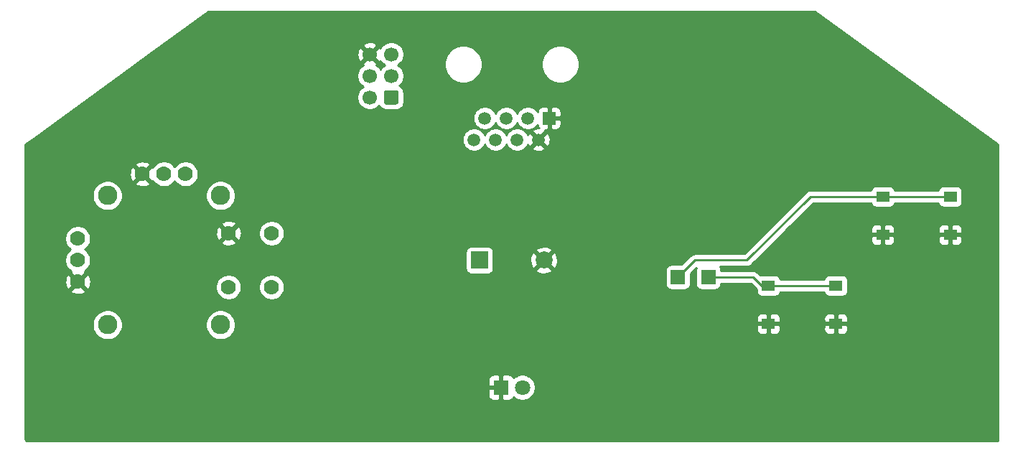
<source format=gbr>
%TF.GenerationSoftware,KiCad,Pcbnew,(5.1.6)-1*%
%TF.CreationDate,2020-10-28T14:57:09+01:00*%
%TF.ProjectId,Controller,436f6e74-726f-46c6-9c65-722e6b696361,rev?*%
%TF.SameCoordinates,Original*%
%TF.FileFunction,Copper,L1,Top*%
%TF.FilePolarity,Positive*%
%FSLAX46Y46*%
G04 Gerber Fmt 4.6, Leading zero omitted, Abs format (unit mm)*
G04 Created by KiCad (PCBNEW (5.1.6)-1) date 2020-10-28 14:57:09*
%MOMM*%
%LPD*%
G01*
G04 APERTURE LIST*
%TA.AperFunction,SMDPad,CuDef*%
%ADD10R,1.550000X1.300000*%
%TD*%
%TA.AperFunction,ComponentPad*%
%ADD11R,1.700000X1.700000*%
%TD*%
%TA.AperFunction,ComponentPad*%
%ADD12C,1.778000*%
%TD*%
%TA.AperFunction,ComponentPad*%
%ADD13C,2.286000*%
%TD*%
%TA.AperFunction,ComponentPad*%
%ADD14C,1.500000*%
%TD*%
%TA.AperFunction,ComponentPad*%
%ADD15R,1.500000X1.500000*%
%TD*%
%TA.AperFunction,ComponentPad*%
%ADD16C,2.000000*%
%TD*%
%TA.AperFunction,ComponentPad*%
%ADD17R,2.000000X2.000000*%
%TD*%
%TA.AperFunction,ComponentPad*%
%ADD18C,1.800000*%
%TD*%
%TA.AperFunction,ComponentPad*%
%ADD19R,1.800000X1.800000*%
%TD*%
%TA.AperFunction,ComponentPad*%
%ADD20C,1.700000*%
%TD*%
%TA.AperFunction,ViaPad*%
%ADD21C,2.000000*%
%TD*%
%TA.AperFunction,Conductor*%
%ADD22C,0.250000*%
%TD*%
%TA.AperFunction,Conductor*%
%ADD23C,0.254000*%
%TD*%
G04 APERTURE END LIST*
D10*
%TO.P,SW4,2*%
%TO.N,GND*%
X117725000Y-47000000D03*
X109775000Y-47000000D03*
%TO.P,SW4,1*%
%TO.N,Net-(J2-Pad1)*%
X117725000Y-42500000D03*
X109775000Y-42500000D03*
%TD*%
%TO.P,SW3,2*%
%TO.N,GND*%
X104225000Y-57500000D03*
X96275000Y-57500000D03*
%TO.P,SW3,1*%
%TO.N,Net-(J1-Pad1)*%
X104225000Y-53000000D03*
X96275000Y-53000000D03*
%TD*%
D11*
%TO.P,J2,1*%
%TO.N,Net-(J2-Pad1)*%
X85600000Y-52000000D03*
%TD*%
%TO.P,J1,1*%
%TO.N,Net-(J1-Pad1)*%
X89200000Y-52000000D03*
%TD*%
D12*
%TO.P,U11,V3*%
%TO.N,GND*%
X22460000Y-39840000D03*
%TO.P,U11,V2*%
%TO.N,Net-(U10-Pad23)*%
X25000000Y-39840000D03*
%TO.P,U11,V1*%
%TO.N,+3V3*%
X27540000Y-39840000D03*
D13*
%TO.P,U11,MOUN*%
%TO.N,N/C*%
X31667500Y-57620000D03*
X18332500Y-57620000D03*
X18332500Y-42380000D03*
X31667500Y-42380000D03*
D12*
%TO.P,U11,H3*%
%TO.N,GND*%
X14840000Y-52540000D03*
%TO.P,U11,H2*%
%TO.N,Net-(U10-Pad24)*%
X14840000Y-50000000D03*
%TO.P,U11,H1*%
%TO.N,+3V3*%
X14840000Y-47460000D03*
%TO.P,U11,B2B*%
%TO.N,N/C*%
X32620000Y-53175000D03*
%TO.P,U11,B2A*%
%TO.N,GND*%
X32620000Y-46825000D03*
%TO.P,U11,B1B*%
%TO.N,N/C*%
X37700000Y-53175000D03*
%TO.P,U11,B1A*%
%TO.N,Net-(U10-Pad25)*%
X37700000Y-46825000D03*
%TD*%
D14*
%TO.P,J7,8*%
%TO.N,+3V3*%
X61555000Y-35790000D03*
%TO.P,J7,7*%
X62825000Y-33250000D03*
%TO.P,J7,6*%
%TO.N,/CTRL_MISO*%
X64095000Y-35790000D03*
%TO.P,J7,5*%
%TO.N,/CTRL_MOSI*%
X65365000Y-33250000D03*
%TO.P,J7,4*%
%TO.N,/CTRL_SCK*%
X66635000Y-35790000D03*
%TO.P,J7,3*%
%TO.N,/CTRL_CS*%
X67905000Y-33250000D03*
%TO.P,J7,2*%
%TO.N,GND*%
X69175000Y-35790000D03*
D15*
%TO.P,J7,1*%
X70445000Y-33250000D03*
%TD*%
D16*
%TO.P,BZ2,2*%
%TO.N,GND*%
X69800000Y-50000000D03*
D17*
%TO.P,BZ2,1*%
%TO.N,Net-(BZ2-Pad1)*%
X62200000Y-50000000D03*
%TD*%
D18*
%TO.P,D1,2*%
%TO.N,Net-(D1-Pad2)*%
X67270000Y-65000000D03*
D19*
%TO.P,D1,1*%
%TO.N,GND*%
X64730000Y-65000000D03*
%TD*%
D20*
%TO.P,J20,6*%
%TO.N,GND*%
X49260000Y-25720000D03*
%TO.P,J20,4*%
%TO.N,/CTRL_MOSI*%
X49260000Y-28260000D03*
%TO.P,J20,2*%
%TO.N,+3V3*%
X49260000Y-30800000D03*
%TO.P,J20,5*%
%TO.N,/~RESET~*%
X51800000Y-25720000D03*
%TO.P,J20,3*%
%TO.N,/CTRL_SCK*%
X51800000Y-28260000D03*
%TO.P,J20,1*%
%TO.N,/CTRL_MISO*%
%TA.AperFunction,ComponentPad*%
G36*
G01*
X52650000Y-30200000D02*
X52650000Y-31400000D01*
G75*
G02*
X52400000Y-31650000I-250000J0D01*
G01*
X51200000Y-31650000D01*
G75*
G02*
X50950000Y-31400000I0J250000D01*
G01*
X50950000Y-30200000D01*
G75*
G02*
X51200000Y-29950000I250000J0D01*
G01*
X52400000Y-29950000D01*
G75*
G02*
X52650000Y-30200000I0J-250000D01*
G01*
G37*
%TD.AperFunction*%
%TD*%
D21*
%TO.N,GND*%
X80000000Y-64000000D03*
X76400000Y-52200000D03*
X81400000Y-27200000D03*
X94400000Y-35000000D03*
X87200000Y-64000000D03*
X45000000Y-49600000D03*
X21000000Y-31800000D03*
X101000000Y-35000000D03*
X58400000Y-42600000D03*
%TD*%
D22*
%TO.N,Net-(J1-Pad1)*%
X104225000Y-53000000D02*
X95500000Y-53000000D01*
X94500000Y-52000000D02*
X89200000Y-52000000D01*
X95500000Y-53000000D02*
X94500000Y-52000000D01*
%TO.N,Net-(J2-Pad1)*%
X117725000Y-42500000D02*
X109775000Y-42500000D01*
X109775000Y-42500000D02*
X101250000Y-42500000D01*
X101250000Y-42500000D02*
X93750000Y-50000000D01*
X87600000Y-50000000D02*
X85600000Y-52000000D01*
X93750000Y-50000000D02*
X87600000Y-50000000D01*
%TD*%
D23*
%TO.N,GND*%
G36*
X123340001Y-36336088D02*
G01*
X123340000Y-71167721D01*
X123334229Y-71226578D01*
X123326511Y-71252143D01*
X123313972Y-71275724D01*
X123297093Y-71296420D01*
X123276516Y-71313442D01*
X123253026Y-71326144D01*
X123227516Y-71334040D01*
X123170815Y-71340000D01*
X8832279Y-71340000D01*
X8773422Y-71334229D01*
X8747857Y-71326511D01*
X8724276Y-71313972D01*
X8703580Y-71297093D01*
X8686558Y-71276516D01*
X8673856Y-71253026D01*
X8665960Y-71227516D01*
X8660000Y-71170815D01*
X8660000Y-65900000D01*
X63191928Y-65900000D01*
X63204188Y-66024482D01*
X63240498Y-66144180D01*
X63299463Y-66254494D01*
X63378815Y-66351185D01*
X63475506Y-66430537D01*
X63585820Y-66489502D01*
X63705518Y-66525812D01*
X63830000Y-66538072D01*
X64444250Y-66535000D01*
X64603000Y-66376250D01*
X64603000Y-65127000D01*
X63353750Y-65127000D01*
X63195000Y-65285750D01*
X63191928Y-65900000D01*
X8660000Y-65900000D01*
X8660000Y-64100000D01*
X63191928Y-64100000D01*
X63195000Y-64714250D01*
X63353750Y-64873000D01*
X64603000Y-64873000D01*
X64603000Y-63623750D01*
X64857000Y-63623750D01*
X64857000Y-64873000D01*
X64877000Y-64873000D01*
X64877000Y-65127000D01*
X64857000Y-65127000D01*
X64857000Y-66376250D01*
X65015750Y-66535000D01*
X65630000Y-66538072D01*
X65754482Y-66525812D01*
X65874180Y-66489502D01*
X65984494Y-66430537D01*
X66081185Y-66351185D01*
X66160537Y-66254494D01*
X66219502Y-66144180D01*
X66225056Y-66125873D01*
X66291495Y-66192312D01*
X66542905Y-66360299D01*
X66822257Y-66476011D01*
X67118816Y-66535000D01*
X67421184Y-66535000D01*
X67717743Y-66476011D01*
X67997095Y-66360299D01*
X68248505Y-66192312D01*
X68462312Y-65978505D01*
X68630299Y-65727095D01*
X68746011Y-65447743D01*
X68805000Y-65151184D01*
X68805000Y-64848816D01*
X68746011Y-64552257D01*
X68630299Y-64272905D01*
X68462312Y-64021495D01*
X68248505Y-63807688D01*
X67997095Y-63639701D01*
X67717743Y-63523989D01*
X67421184Y-63465000D01*
X67118816Y-63465000D01*
X66822257Y-63523989D01*
X66542905Y-63639701D01*
X66291495Y-63807688D01*
X66225056Y-63874127D01*
X66219502Y-63855820D01*
X66160537Y-63745506D01*
X66081185Y-63648815D01*
X65984494Y-63569463D01*
X65874180Y-63510498D01*
X65754482Y-63474188D01*
X65630000Y-63461928D01*
X65015750Y-63465000D01*
X64857000Y-63623750D01*
X64603000Y-63623750D01*
X64444250Y-63465000D01*
X63830000Y-63461928D01*
X63705518Y-63474188D01*
X63585820Y-63510498D01*
X63475506Y-63569463D01*
X63378815Y-63648815D01*
X63299463Y-63745506D01*
X63240498Y-63855820D01*
X63204188Y-63975518D01*
X63191928Y-64100000D01*
X8660000Y-64100000D01*
X8660000Y-57444882D01*
X16554500Y-57444882D01*
X16554500Y-57795118D01*
X16622828Y-58138623D01*
X16756857Y-58462199D01*
X16951437Y-58753409D01*
X17199091Y-59001063D01*
X17490301Y-59195643D01*
X17813877Y-59329672D01*
X18157382Y-59398000D01*
X18507618Y-59398000D01*
X18851123Y-59329672D01*
X19174699Y-59195643D01*
X19465909Y-59001063D01*
X19713563Y-58753409D01*
X19908143Y-58462199D01*
X20042172Y-58138623D01*
X20110500Y-57795118D01*
X20110500Y-57444882D01*
X29889500Y-57444882D01*
X29889500Y-57795118D01*
X29957828Y-58138623D01*
X30091857Y-58462199D01*
X30286437Y-58753409D01*
X30534091Y-59001063D01*
X30825301Y-59195643D01*
X31148877Y-59329672D01*
X31492382Y-59398000D01*
X31842618Y-59398000D01*
X32186123Y-59329672D01*
X32509699Y-59195643D01*
X32800909Y-59001063D01*
X33048563Y-58753409D01*
X33243143Y-58462199D01*
X33372459Y-58150000D01*
X94861928Y-58150000D01*
X94874188Y-58274482D01*
X94910498Y-58394180D01*
X94969463Y-58504494D01*
X95048815Y-58601185D01*
X95145506Y-58680537D01*
X95255820Y-58739502D01*
X95375518Y-58775812D01*
X95500000Y-58788072D01*
X95989250Y-58785000D01*
X96148000Y-58626250D01*
X96148000Y-57627000D01*
X96402000Y-57627000D01*
X96402000Y-58626250D01*
X96560750Y-58785000D01*
X97050000Y-58788072D01*
X97174482Y-58775812D01*
X97294180Y-58739502D01*
X97404494Y-58680537D01*
X97501185Y-58601185D01*
X97580537Y-58504494D01*
X97639502Y-58394180D01*
X97675812Y-58274482D01*
X97688072Y-58150000D01*
X102811928Y-58150000D01*
X102824188Y-58274482D01*
X102860498Y-58394180D01*
X102919463Y-58504494D01*
X102998815Y-58601185D01*
X103095506Y-58680537D01*
X103205820Y-58739502D01*
X103325518Y-58775812D01*
X103450000Y-58788072D01*
X103939250Y-58785000D01*
X104098000Y-58626250D01*
X104098000Y-57627000D01*
X104352000Y-57627000D01*
X104352000Y-58626250D01*
X104510750Y-58785000D01*
X105000000Y-58788072D01*
X105124482Y-58775812D01*
X105244180Y-58739502D01*
X105354494Y-58680537D01*
X105451185Y-58601185D01*
X105530537Y-58504494D01*
X105589502Y-58394180D01*
X105625812Y-58274482D01*
X105638072Y-58150000D01*
X105635000Y-57785750D01*
X105476250Y-57627000D01*
X104352000Y-57627000D01*
X104098000Y-57627000D01*
X102973750Y-57627000D01*
X102815000Y-57785750D01*
X102811928Y-58150000D01*
X97688072Y-58150000D01*
X97685000Y-57785750D01*
X97526250Y-57627000D01*
X96402000Y-57627000D01*
X96148000Y-57627000D01*
X95023750Y-57627000D01*
X94865000Y-57785750D01*
X94861928Y-58150000D01*
X33372459Y-58150000D01*
X33377172Y-58138623D01*
X33445500Y-57795118D01*
X33445500Y-57444882D01*
X33377172Y-57101377D01*
X33273049Y-56850000D01*
X94861928Y-56850000D01*
X94865000Y-57214250D01*
X95023750Y-57373000D01*
X96148000Y-57373000D01*
X96148000Y-56373750D01*
X96402000Y-56373750D01*
X96402000Y-57373000D01*
X97526250Y-57373000D01*
X97685000Y-57214250D01*
X97688072Y-56850000D01*
X102811928Y-56850000D01*
X102815000Y-57214250D01*
X102973750Y-57373000D01*
X104098000Y-57373000D01*
X104098000Y-56373750D01*
X104352000Y-56373750D01*
X104352000Y-57373000D01*
X105476250Y-57373000D01*
X105635000Y-57214250D01*
X105638072Y-56850000D01*
X105625812Y-56725518D01*
X105589502Y-56605820D01*
X105530537Y-56495506D01*
X105451185Y-56398815D01*
X105354494Y-56319463D01*
X105244180Y-56260498D01*
X105124482Y-56224188D01*
X105000000Y-56211928D01*
X104510750Y-56215000D01*
X104352000Y-56373750D01*
X104098000Y-56373750D01*
X103939250Y-56215000D01*
X103450000Y-56211928D01*
X103325518Y-56224188D01*
X103205820Y-56260498D01*
X103095506Y-56319463D01*
X102998815Y-56398815D01*
X102919463Y-56495506D01*
X102860498Y-56605820D01*
X102824188Y-56725518D01*
X102811928Y-56850000D01*
X97688072Y-56850000D01*
X97675812Y-56725518D01*
X97639502Y-56605820D01*
X97580537Y-56495506D01*
X97501185Y-56398815D01*
X97404494Y-56319463D01*
X97294180Y-56260498D01*
X97174482Y-56224188D01*
X97050000Y-56211928D01*
X96560750Y-56215000D01*
X96402000Y-56373750D01*
X96148000Y-56373750D01*
X95989250Y-56215000D01*
X95500000Y-56211928D01*
X95375518Y-56224188D01*
X95255820Y-56260498D01*
X95145506Y-56319463D01*
X95048815Y-56398815D01*
X94969463Y-56495506D01*
X94910498Y-56605820D01*
X94874188Y-56725518D01*
X94861928Y-56850000D01*
X33273049Y-56850000D01*
X33243143Y-56777801D01*
X33048563Y-56486591D01*
X32800909Y-56238937D01*
X32509699Y-56044357D01*
X32186123Y-55910328D01*
X31842618Y-55842000D01*
X31492382Y-55842000D01*
X31148877Y-55910328D01*
X30825301Y-56044357D01*
X30534091Y-56238937D01*
X30286437Y-56486591D01*
X30091857Y-56777801D01*
X29957828Y-57101377D01*
X29889500Y-57444882D01*
X20110500Y-57444882D01*
X20042172Y-57101377D01*
X19908143Y-56777801D01*
X19713563Y-56486591D01*
X19465909Y-56238937D01*
X19174699Y-56044357D01*
X18851123Y-55910328D01*
X18507618Y-55842000D01*
X18157382Y-55842000D01*
X17813877Y-55910328D01*
X17490301Y-56044357D01*
X17199091Y-56238937D01*
X16951437Y-56486591D01*
X16756857Y-56777801D01*
X16622828Y-57101377D01*
X16554500Y-57444882D01*
X8660000Y-57444882D01*
X8660000Y-53596231D01*
X13963374Y-53596231D01*
X14045727Y-53849289D01*
X14316418Y-53979086D01*
X14607230Y-54053580D01*
X14906988Y-54069908D01*
X15204171Y-54027443D01*
X15487359Y-53927816D01*
X15634273Y-53849289D01*
X15716626Y-53596231D01*
X14840000Y-52719605D01*
X13963374Y-53596231D01*
X8660000Y-53596231D01*
X8660000Y-52606988D01*
X13310092Y-52606988D01*
X13352557Y-52904171D01*
X13452184Y-53187359D01*
X13530711Y-53334273D01*
X13783769Y-53416626D01*
X14660395Y-52540000D01*
X15019605Y-52540000D01*
X15896231Y-53416626D01*
X16149289Y-53334273D01*
X16279086Y-53063582D01*
X16288994Y-53024899D01*
X31096000Y-53024899D01*
X31096000Y-53325101D01*
X31154566Y-53619534D01*
X31269449Y-53896885D01*
X31436232Y-54146493D01*
X31648507Y-54358768D01*
X31898115Y-54525551D01*
X32175466Y-54640434D01*
X32469899Y-54699000D01*
X32770101Y-54699000D01*
X33064534Y-54640434D01*
X33341885Y-54525551D01*
X33591493Y-54358768D01*
X33803768Y-54146493D01*
X33970551Y-53896885D01*
X34085434Y-53619534D01*
X34144000Y-53325101D01*
X34144000Y-53024899D01*
X36176000Y-53024899D01*
X36176000Y-53325101D01*
X36234566Y-53619534D01*
X36349449Y-53896885D01*
X36516232Y-54146493D01*
X36728507Y-54358768D01*
X36978115Y-54525551D01*
X37255466Y-54640434D01*
X37549899Y-54699000D01*
X37850101Y-54699000D01*
X38144534Y-54640434D01*
X38421885Y-54525551D01*
X38671493Y-54358768D01*
X38883768Y-54146493D01*
X39050551Y-53896885D01*
X39165434Y-53619534D01*
X39224000Y-53325101D01*
X39224000Y-53024899D01*
X39165434Y-52730466D01*
X39050551Y-52453115D01*
X38883768Y-52203507D01*
X38671493Y-51991232D01*
X38421885Y-51824449D01*
X38144534Y-51709566D01*
X37850101Y-51651000D01*
X37549899Y-51651000D01*
X37255466Y-51709566D01*
X36978115Y-51824449D01*
X36728507Y-51991232D01*
X36516232Y-52203507D01*
X36349449Y-52453115D01*
X36234566Y-52730466D01*
X36176000Y-53024899D01*
X34144000Y-53024899D01*
X34085434Y-52730466D01*
X33970551Y-52453115D01*
X33803768Y-52203507D01*
X33591493Y-51991232D01*
X33341885Y-51824449D01*
X33064534Y-51709566D01*
X32770101Y-51651000D01*
X32469899Y-51651000D01*
X32175466Y-51709566D01*
X31898115Y-51824449D01*
X31648507Y-51991232D01*
X31436232Y-52203507D01*
X31269449Y-52453115D01*
X31154566Y-52730466D01*
X31096000Y-53024899D01*
X16288994Y-53024899D01*
X16353580Y-52772770D01*
X16369908Y-52473012D01*
X16327443Y-52175829D01*
X16227816Y-51892641D01*
X16149289Y-51745727D01*
X15896231Y-51663374D01*
X15019605Y-52540000D01*
X14660395Y-52540000D01*
X13783769Y-51663374D01*
X13530711Y-51745727D01*
X13400914Y-52016418D01*
X13326420Y-52307230D01*
X13310092Y-52606988D01*
X8660000Y-52606988D01*
X8660000Y-47309899D01*
X13316000Y-47309899D01*
X13316000Y-47610101D01*
X13374566Y-47904534D01*
X13489449Y-48181885D01*
X13656232Y-48431493D01*
X13868507Y-48643768D01*
X13997562Y-48730000D01*
X13868507Y-48816232D01*
X13656232Y-49028507D01*
X13489449Y-49278115D01*
X13374566Y-49555466D01*
X13316000Y-49849899D01*
X13316000Y-50150101D01*
X13374566Y-50444534D01*
X13489449Y-50721885D01*
X13656232Y-50971493D01*
X13868507Y-51183768D01*
X14026622Y-51289417D01*
X13963374Y-51483769D01*
X14840000Y-52360395D01*
X15716626Y-51483769D01*
X15653378Y-51289417D01*
X15811493Y-51183768D01*
X16023768Y-50971493D01*
X16190551Y-50721885D01*
X16305434Y-50444534D01*
X16364000Y-50150101D01*
X16364000Y-49849899D01*
X16305434Y-49555466D01*
X16190551Y-49278115D01*
X16023768Y-49028507D01*
X15995261Y-49000000D01*
X60561928Y-49000000D01*
X60561928Y-51000000D01*
X60574188Y-51124482D01*
X60610498Y-51244180D01*
X60669463Y-51354494D01*
X60748815Y-51451185D01*
X60845506Y-51530537D01*
X60955820Y-51589502D01*
X61075518Y-51625812D01*
X61200000Y-51638072D01*
X63200000Y-51638072D01*
X63324482Y-51625812D01*
X63444180Y-51589502D01*
X63554494Y-51530537D01*
X63651185Y-51451185D01*
X63730537Y-51354494D01*
X63789502Y-51244180D01*
X63822496Y-51135413D01*
X68844192Y-51135413D01*
X68939956Y-51399814D01*
X69229571Y-51540704D01*
X69541108Y-51622384D01*
X69862595Y-51641718D01*
X70181675Y-51597961D01*
X70486088Y-51492795D01*
X70660044Y-51399814D01*
X70750524Y-51150000D01*
X84111928Y-51150000D01*
X84111928Y-52850000D01*
X84124188Y-52974482D01*
X84160498Y-53094180D01*
X84219463Y-53204494D01*
X84298815Y-53301185D01*
X84395506Y-53380537D01*
X84505820Y-53439502D01*
X84625518Y-53475812D01*
X84750000Y-53488072D01*
X86450000Y-53488072D01*
X86574482Y-53475812D01*
X86694180Y-53439502D01*
X86804494Y-53380537D01*
X86901185Y-53301185D01*
X86980537Y-53204494D01*
X87039502Y-53094180D01*
X87075812Y-52974482D01*
X87088072Y-52850000D01*
X87088072Y-51586729D01*
X87756804Y-50917998D01*
X87724188Y-51025518D01*
X87711928Y-51150000D01*
X87711928Y-52850000D01*
X87724188Y-52974482D01*
X87760498Y-53094180D01*
X87819463Y-53204494D01*
X87898815Y-53301185D01*
X87995506Y-53380537D01*
X88105820Y-53439502D01*
X88225518Y-53475812D01*
X88350000Y-53488072D01*
X90050000Y-53488072D01*
X90174482Y-53475812D01*
X90294180Y-53439502D01*
X90404494Y-53380537D01*
X90501185Y-53301185D01*
X90580537Y-53204494D01*
X90639502Y-53094180D01*
X90675812Y-52974482D01*
X90688072Y-52850000D01*
X90688072Y-52760000D01*
X94185199Y-52760000D01*
X94861928Y-53436730D01*
X94861928Y-53650000D01*
X94874188Y-53774482D01*
X94910498Y-53894180D01*
X94969463Y-54004494D01*
X95048815Y-54101185D01*
X95145506Y-54180537D01*
X95255820Y-54239502D01*
X95375518Y-54275812D01*
X95500000Y-54288072D01*
X97050000Y-54288072D01*
X97174482Y-54275812D01*
X97294180Y-54239502D01*
X97404494Y-54180537D01*
X97501185Y-54101185D01*
X97580537Y-54004494D01*
X97639502Y-53894180D01*
X97675812Y-53774482D01*
X97677238Y-53760000D01*
X102822762Y-53760000D01*
X102824188Y-53774482D01*
X102860498Y-53894180D01*
X102919463Y-54004494D01*
X102998815Y-54101185D01*
X103095506Y-54180537D01*
X103205820Y-54239502D01*
X103325518Y-54275812D01*
X103450000Y-54288072D01*
X105000000Y-54288072D01*
X105124482Y-54275812D01*
X105244180Y-54239502D01*
X105354494Y-54180537D01*
X105451185Y-54101185D01*
X105530537Y-54004494D01*
X105589502Y-53894180D01*
X105625812Y-53774482D01*
X105638072Y-53650000D01*
X105638072Y-52350000D01*
X105625812Y-52225518D01*
X105589502Y-52105820D01*
X105530537Y-51995506D01*
X105451185Y-51898815D01*
X105354494Y-51819463D01*
X105244180Y-51760498D01*
X105124482Y-51724188D01*
X105000000Y-51711928D01*
X103450000Y-51711928D01*
X103325518Y-51724188D01*
X103205820Y-51760498D01*
X103095506Y-51819463D01*
X102998815Y-51898815D01*
X102919463Y-51995506D01*
X102860498Y-52105820D01*
X102824188Y-52225518D01*
X102822762Y-52240000D01*
X97677238Y-52240000D01*
X97675812Y-52225518D01*
X97639502Y-52105820D01*
X97580537Y-51995506D01*
X97501185Y-51898815D01*
X97404494Y-51819463D01*
X97294180Y-51760498D01*
X97174482Y-51724188D01*
X97050000Y-51711928D01*
X95500000Y-51711928D01*
X95375518Y-51724188D01*
X95316801Y-51742000D01*
X95063804Y-51489002D01*
X95040001Y-51459999D01*
X94924276Y-51365026D01*
X94792247Y-51294454D01*
X94648986Y-51250997D01*
X94537333Y-51240000D01*
X94537322Y-51240000D01*
X94500000Y-51236324D01*
X94462678Y-51240000D01*
X90688072Y-51240000D01*
X90688072Y-51150000D01*
X90675812Y-51025518D01*
X90639502Y-50905820D01*
X90580537Y-50795506D01*
X90551398Y-50760000D01*
X93712678Y-50760000D01*
X93750000Y-50763676D01*
X93787322Y-50760000D01*
X93787333Y-50760000D01*
X93898986Y-50749003D01*
X94042247Y-50705546D01*
X94174276Y-50634974D01*
X94290001Y-50540001D01*
X94313804Y-50510997D01*
X97174801Y-47650000D01*
X108361928Y-47650000D01*
X108374188Y-47774482D01*
X108410498Y-47894180D01*
X108469463Y-48004494D01*
X108548815Y-48101185D01*
X108645506Y-48180537D01*
X108755820Y-48239502D01*
X108875518Y-48275812D01*
X109000000Y-48288072D01*
X109489250Y-48285000D01*
X109648000Y-48126250D01*
X109648000Y-47127000D01*
X109902000Y-47127000D01*
X109902000Y-48126250D01*
X110060750Y-48285000D01*
X110550000Y-48288072D01*
X110674482Y-48275812D01*
X110794180Y-48239502D01*
X110904494Y-48180537D01*
X111001185Y-48101185D01*
X111080537Y-48004494D01*
X111139502Y-47894180D01*
X111175812Y-47774482D01*
X111188072Y-47650000D01*
X116311928Y-47650000D01*
X116324188Y-47774482D01*
X116360498Y-47894180D01*
X116419463Y-48004494D01*
X116498815Y-48101185D01*
X116595506Y-48180537D01*
X116705820Y-48239502D01*
X116825518Y-48275812D01*
X116950000Y-48288072D01*
X117439250Y-48285000D01*
X117598000Y-48126250D01*
X117598000Y-47127000D01*
X117852000Y-47127000D01*
X117852000Y-48126250D01*
X118010750Y-48285000D01*
X118500000Y-48288072D01*
X118624482Y-48275812D01*
X118744180Y-48239502D01*
X118854494Y-48180537D01*
X118951185Y-48101185D01*
X119030537Y-48004494D01*
X119089502Y-47894180D01*
X119125812Y-47774482D01*
X119138072Y-47650000D01*
X119135000Y-47285750D01*
X118976250Y-47127000D01*
X117852000Y-47127000D01*
X117598000Y-47127000D01*
X116473750Y-47127000D01*
X116315000Y-47285750D01*
X116311928Y-47650000D01*
X111188072Y-47650000D01*
X111185000Y-47285750D01*
X111026250Y-47127000D01*
X109902000Y-47127000D01*
X109648000Y-47127000D01*
X108523750Y-47127000D01*
X108365000Y-47285750D01*
X108361928Y-47650000D01*
X97174801Y-47650000D01*
X98474801Y-46350000D01*
X108361928Y-46350000D01*
X108365000Y-46714250D01*
X108523750Y-46873000D01*
X109648000Y-46873000D01*
X109648000Y-45873750D01*
X109902000Y-45873750D01*
X109902000Y-46873000D01*
X111026250Y-46873000D01*
X111185000Y-46714250D01*
X111188072Y-46350000D01*
X116311928Y-46350000D01*
X116315000Y-46714250D01*
X116473750Y-46873000D01*
X117598000Y-46873000D01*
X117598000Y-45873750D01*
X117852000Y-45873750D01*
X117852000Y-46873000D01*
X118976250Y-46873000D01*
X119135000Y-46714250D01*
X119138072Y-46350000D01*
X119125812Y-46225518D01*
X119089502Y-46105820D01*
X119030537Y-45995506D01*
X118951185Y-45898815D01*
X118854494Y-45819463D01*
X118744180Y-45760498D01*
X118624482Y-45724188D01*
X118500000Y-45711928D01*
X118010750Y-45715000D01*
X117852000Y-45873750D01*
X117598000Y-45873750D01*
X117439250Y-45715000D01*
X116950000Y-45711928D01*
X116825518Y-45724188D01*
X116705820Y-45760498D01*
X116595506Y-45819463D01*
X116498815Y-45898815D01*
X116419463Y-45995506D01*
X116360498Y-46105820D01*
X116324188Y-46225518D01*
X116311928Y-46350000D01*
X111188072Y-46350000D01*
X111175812Y-46225518D01*
X111139502Y-46105820D01*
X111080537Y-45995506D01*
X111001185Y-45898815D01*
X110904494Y-45819463D01*
X110794180Y-45760498D01*
X110674482Y-45724188D01*
X110550000Y-45711928D01*
X110060750Y-45715000D01*
X109902000Y-45873750D01*
X109648000Y-45873750D01*
X109489250Y-45715000D01*
X109000000Y-45711928D01*
X108875518Y-45724188D01*
X108755820Y-45760498D01*
X108645506Y-45819463D01*
X108548815Y-45898815D01*
X108469463Y-45995506D01*
X108410498Y-46105820D01*
X108374188Y-46225518D01*
X108361928Y-46350000D01*
X98474801Y-46350000D01*
X101564802Y-43260000D01*
X108372762Y-43260000D01*
X108374188Y-43274482D01*
X108410498Y-43394180D01*
X108469463Y-43504494D01*
X108548815Y-43601185D01*
X108645506Y-43680537D01*
X108755820Y-43739502D01*
X108875518Y-43775812D01*
X109000000Y-43788072D01*
X110550000Y-43788072D01*
X110674482Y-43775812D01*
X110794180Y-43739502D01*
X110904494Y-43680537D01*
X111001185Y-43601185D01*
X111080537Y-43504494D01*
X111139502Y-43394180D01*
X111175812Y-43274482D01*
X111177238Y-43260000D01*
X116322762Y-43260000D01*
X116324188Y-43274482D01*
X116360498Y-43394180D01*
X116419463Y-43504494D01*
X116498815Y-43601185D01*
X116595506Y-43680537D01*
X116705820Y-43739502D01*
X116825518Y-43775812D01*
X116950000Y-43788072D01*
X118500000Y-43788072D01*
X118624482Y-43775812D01*
X118744180Y-43739502D01*
X118854494Y-43680537D01*
X118951185Y-43601185D01*
X119030537Y-43504494D01*
X119089502Y-43394180D01*
X119125812Y-43274482D01*
X119138072Y-43150000D01*
X119138072Y-41850000D01*
X119125812Y-41725518D01*
X119089502Y-41605820D01*
X119030537Y-41495506D01*
X118951185Y-41398815D01*
X118854494Y-41319463D01*
X118744180Y-41260498D01*
X118624482Y-41224188D01*
X118500000Y-41211928D01*
X116950000Y-41211928D01*
X116825518Y-41224188D01*
X116705820Y-41260498D01*
X116595506Y-41319463D01*
X116498815Y-41398815D01*
X116419463Y-41495506D01*
X116360498Y-41605820D01*
X116324188Y-41725518D01*
X116322762Y-41740000D01*
X111177238Y-41740000D01*
X111175812Y-41725518D01*
X111139502Y-41605820D01*
X111080537Y-41495506D01*
X111001185Y-41398815D01*
X110904494Y-41319463D01*
X110794180Y-41260498D01*
X110674482Y-41224188D01*
X110550000Y-41211928D01*
X109000000Y-41211928D01*
X108875518Y-41224188D01*
X108755820Y-41260498D01*
X108645506Y-41319463D01*
X108548815Y-41398815D01*
X108469463Y-41495506D01*
X108410498Y-41605820D01*
X108374188Y-41725518D01*
X108372762Y-41740000D01*
X101287325Y-41740000D01*
X101250000Y-41736324D01*
X101212675Y-41740000D01*
X101212667Y-41740000D01*
X101101014Y-41750997D01*
X100957753Y-41794454D01*
X100825724Y-41865026D01*
X100709999Y-41959999D01*
X100686201Y-41988997D01*
X93435199Y-49240000D01*
X87637322Y-49240000D01*
X87599999Y-49236324D01*
X87562676Y-49240000D01*
X87562667Y-49240000D01*
X87451014Y-49250997D01*
X87307753Y-49294454D01*
X87175723Y-49365026D01*
X87097076Y-49429571D01*
X87059999Y-49459999D01*
X87036201Y-49488997D01*
X86013271Y-50511928D01*
X84750000Y-50511928D01*
X84625518Y-50524188D01*
X84505820Y-50560498D01*
X84395506Y-50619463D01*
X84298815Y-50698815D01*
X84219463Y-50795506D01*
X84160498Y-50905820D01*
X84124188Y-51025518D01*
X84111928Y-51150000D01*
X70750524Y-51150000D01*
X70755808Y-51135413D01*
X69800000Y-50179605D01*
X68844192Y-51135413D01*
X63822496Y-51135413D01*
X63825812Y-51124482D01*
X63838072Y-51000000D01*
X63838072Y-50062595D01*
X68158282Y-50062595D01*
X68202039Y-50381675D01*
X68307205Y-50686088D01*
X68400186Y-50860044D01*
X68664587Y-50955808D01*
X69620395Y-50000000D01*
X69979605Y-50000000D01*
X70935413Y-50955808D01*
X71199814Y-50860044D01*
X71340704Y-50570429D01*
X71422384Y-50258892D01*
X71441718Y-49937405D01*
X71397961Y-49618325D01*
X71292795Y-49313912D01*
X71199814Y-49139956D01*
X70935413Y-49044192D01*
X69979605Y-50000000D01*
X69620395Y-50000000D01*
X68664587Y-49044192D01*
X68400186Y-49139956D01*
X68259296Y-49429571D01*
X68177616Y-49741108D01*
X68158282Y-50062595D01*
X63838072Y-50062595D01*
X63838072Y-49000000D01*
X63825812Y-48875518D01*
X63822497Y-48864587D01*
X68844192Y-48864587D01*
X69800000Y-49820395D01*
X70755808Y-48864587D01*
X70660044Y-48600186D01*
X70370429Y-48459296D01*
X70058892Y-48377616D01*
X69737405Y-48358282D01*
X69418325Y-48402039D01*
X69113912Y-48507205D01*
X68939956Y-48600186D01*
X68844192Y-48864587D01*
X63822497Y-48864587D01*
X63789502Y-48755820D01*
X63730537Y-48645506D01*
X63651185Y-48548815D01*
X63554494Y-48469463D01*
X63444180Y-48410498D01*
X63324482Y-48374188D01*
X63200000Y-48361928D01*
X61200000Y-48361928D01*
X61075518Y-48374188D01*
X60955820Y-48410498D01*
X60845506Y-48469463D01*
X60748815Y-48548815D01*
X60669463Y-48645506D01*
X60610498Y-48755820D01*
X60574188Y-48875518D01*
X60561928Y-49000000D01*
X15995261Y-49000000D01*
X15811493Y-48816232D01*
X15682438Y-48730000D01*
X15811493Y-48643768D01*
X16023768Y-48431493D01*
X16190551Y-48181885D01*
X16305434Y-47904534D01*
X16310069Y-47881231D01*
X31743374Y-47881231D01*
X31825727Y-48134289D01*
X32096418Y-48264086D01*
X32387230Y-48338580D01*
X32686988Y-48354908D01*
X32984171Y-48312443D01*
X33267359Y-48212816D01*
X33414273Y-48134289D01*
X33496626Y-47881231D01*
X32620000Y-47004605D01*
X31743374Y-47881231D01*
X16310069Y-47881231D01*
X16364000Y-47610101D01*
X16364000Y-47309899D01*
X16305434Y-47015466D01*
X16254288Y-46891988D01*
X31090092Y-46891988D01*
X31132557Y-47189171D01*
X31232184Y-47472359D01*
X31310711Y-47619273D01*
X31563769Y-47701626D01*
X32440395Y-46825000D01*
X32799605Y-46825000D01*
X33676231Y-47701626D01*
X33929289Y-47619273D01*
X34059086Y-47348582D01*
X34133580Y-47057770D01*
X34149908Y-46758012D01*
X34138032Y-46674899D01*
X36176000Y-46674899D01*
X36176000Y-46975101D01*
X36234566Y-47269534D01*
X36349449Y-47546885D01*
X36516232Y-47796493D01*
X36728507Y-48008768D01*
X36978115Y-48175551D01*
X37255466Y-48290434D01*
X37549899Y-48349000D01*
X37850101Y-48349000D01*
X38144534Y-48290434D01*
X38421885Y-48175551D01*
X38671493Y-48008768D01*
X38883768Y-47796493D01*
X39050551Y-47546885D01*
X39165434Y-47269534D01*
X39224000Y-46975101D01*
X39224000Y-46674899D01*
X39165434Y-46380466D01*
X39050551Y-46103115D01*
X38883768Y-45853507D01*
X38671493Y-45641232D01*
X38421885Y-45474449D01*
X38144534Y-45359566D01*
X37850101Y-45301000D01*
X37549899Y-45301000D01*
X37255466Y-45359566D01*
X36978115Y-45474449D01*
X36728507Y-45641232D01*
X36516232Y-45853507D01*
X36349449Y-46103115D01*
X36234566Y-46380466D01*
X36176000Y-46674899D01*
X34138032Y-46674899D01*
X34107443Y-46460829D01*
X34007816Y-46177641D01*
X33929289Y-46030727D01*
X33676231Y-45948374D01*
X32799605Y-46825000D01*
X32440395Y-46825000D01*
X31563769Y-45948374D01*
X31310711Y-46030727D01*
X31180914Y-46301418D01*
X31106420Y-46592230D01*
X31090092Y-46891988D01*
X16254288Y-46891988D01*
X16190551Y-46738115D01*
X16023768Y-46488507D01*
X15811493Y-46276232D01*
X15561885Y-46109449D01*
X15284534Y-45994566D01*
X14990101Y-45936000D01*
X14689899Y-45936000D01*
X14395466Y-45994566D01*
X14118115Y-46109449D01*
X13868507Y-46276232D01*
X13656232Y-46488507D01*
X13489449Y-46738115D01*
X13374566Y-47015466D01*
X13316000Y-47309899D01*
X8660000Y-47309899D01*
X8660000Y-45768769D01*
X31743374Y-45768769D01*
X32620000Y-46645395D01*
X33496626Y-45768769D01*
X33414273Y-45515711D01*
X33143582Y-45385914D01*
X32852770Y-45311420D01*
X32553012Y-45295092D01*
X32255829Y-45337557D01*
X31972641Y-45437184D01*
X31825727Y-45515711D01*
X31743374Y-45768769D01*
X8660000Y-45768769D01*
X8660000Y-42204882D01*
X16554500Y-42204882D01*
X16554500Y-42555118D01*
X16622828Y-42898623D01*
X16756857Y-43222199D01*
X16951437Y-43513409D01*
X17199091Y-43761063D01*
X17490301Y-43955643D01*
X17813877Y-44089672D01*
X18157382Y-44158000D01*
X18507618Y-44158000D01*
X18851123Y-44089672D01*
X19174699Y-43955643D01*
X19465909Y-43761063D01*
X19713563Y-43513409D01*
X19908143Y-43222199D01*
X20042172Y-42898623D01*
X20110500Y-42555118D01*
X20110500Y-42204882D01*
X29889500Y-42204882D01*
X29889500Y-42555118D01*
X29957828Y-42898623D01*
X30091857Y-43222199D01*
X30286437Y-43513409D01*
X30534091Y-43761063D01*
X30825301Y-43955643D01*
X31148877Y-44089672D01*
X31492382Y-44158000D01*
X31842618Y-44158000D01*
X32186123Y-44089672D01*
X32509699Y-43955643D01*
X32800909Y-43761063D01*
X33048563Y-43513409D01*
X33243143Y-43222199D01*
X33377172Y-42898623D01*
X33445500Y-42555118D01*
X33445500Y-42204882D01*
X33377172Y-41861377D01*
X33243143Y-41537801D01*
X33048563Y-41246591D01*
X32800909Y-40998937D01*
X32509699Y-40804357D01*
X32186123Y-40670328D01*
X31842618Y-40602000D01*
X31492382Y-40602000D01*
X31148877Y-40670328D01*
X30825301Y-40804357D01*
X30534091Y-40998937D01*
X30286437Y-41246591D01*
X30091857Y-41537801D01*
X29957828Y-41861377D01*
X29889500Y-42204882D01*
X20110500Y-42204882D01*
X20042172Y-41861377D01*
X19908143Y-41537801D01*
X19713563Y-41246591D01*
X19465909Y-40998937D01*
X19312199Y-40896231D01*
X21583374Y-40896231D01*
X21665727Y-41149289D01*
X21936418Y-41279086D01*
X22227230Y-41353580D01*
X22526988Y-41369908D01*
X22824171Y-41327443D01*
X23107359Y-41227816D01*
X23254273Y-41149289D01*
X23336626Y-40896231D01*
X22460000Y-40019605D01*
X21583374Y-40896231D01*
X19312199Y-40896231D01*
X19174699Y-40804357D01*
X18851123Y-40670328D01*
X18507618Y-40602000D01*
X18157382Y-40602000D01*
X17813877Y-40670328D01*
X17490301Y-40804357D01*
X17199091Y-40998937D01*
X16951437Y-41246591D01*
X16756857Y-41537801D01*
X16622828Y-41861377D01*
X16554500Y-42204882D01*
X8660000Y-42204882D01*
X8660000Y-39906988D01*
X20930092Y-39906988D01*
X20972557Y-40204171D01*
X21072184Y-40487359D01*
X21150711Y-40634273D01*
X21403769Y-40716626D01*
X22280395Y-39840000D01*
X22639605Y-39840000D01*
X23516231Y-40716626D01*
X23710583Y-40653378D01*
X23816232Y-40811493D01*
X24028507Y-41023768D01*
X24278115Y-41190551D01*
X24555466Y-41305434D01*
X24849899Y-41364000D01*
X25150101Y-41364000D01*
X25444534Y-41305434D01*
X25721885Y-41190551D01*
X25971493Y-41023768D01*
X26183768Y-40811493D01*
X26270000Y-40682438D01*
X26356232Y-40811493D01*
X26568507Y-41023768D01*
X26818115Y-41190551D01*
X27095466Y-41305434D01*
X27389899Y-41364000D01*
X27690101Y-41364000D01*
X27984534Y-41305434D01*
X28261885Y-41190551D01*
X28511493Y-41023768D01*
X28723768Y-40811493D01*
X28890551Y-40561885D01*
X29005434Y-40284534D01*
X29064000Y-39990101D01*
X29064000Y-39689899D01*
X29005434Y-39395466D01*
X28890551Y-39118115D01*
X28723768Y-38868507D01*
X28511493Y-38656232D01*
X28261885Y-38489449D01*
X27984534Y-38374566D01*
X27690101Y-38316000D01*
X27389899Y-38316000D01*
X27095466Y-38374566D01*
X26818115Y-38489449D01*
X26568507Y-38656232D01*
X26356232Y-38868507D01*
X26270000Y-38997562D01*
X26183768Y-38868507D01*
X25971493Y-38656232D01*
X25721885Y-38489449D01*
X25444534Y-38374566D01*
X25150101Y-38316000D01*
X24849899Y-38316000D01*
X24555466Y-38374566D01*
X24278115Y-38489449D01*
X24028507Y-38656232D01*
X23816232Y-38868507D01*
X23710583Y-39026622D01*
X23516231Y-38963374D01*
X22639605Y-39840000D01*
X22280395Y-39840000D01*
X21403769Y-38963374D01*
X21150711Y-39045727D01*
X21020914Y-39316418D01*
X20946420Y-39607230D01*
X20930092Y-39906988D01*
X8660000Y-39906988D01*
X8660000Y-38783769D01*
X21583374Y-38783769D01*
X22460000Y-39660395D01*
X23336626Y-38783769D01*
X23254273Y-38530711D01*
X22983582Y-38400914D01*
X22692770Y-38326420D01*
X22393012Y-38310092D01*
X22095829Y-38352557D01*
X21812641Y-38452184D01*
X21665727Y-38530711D01*
X21583374Y-38783769D01*
X8660000Y-38783769D01*
X8660000Y-36336087D01*
X9598434Y-35653589D01*
X60170000Y-35653589D01*
X60170000Y-35926411D01*
X60223225Y-36193989D01*
X60327629Y-36446043D01*
X60479201Y-36672886D01*
X60672114Y-36865799D01*
X60898957Y-37017371D01*
X61151011Y-37121775D01*
X61418589Y-37175000D01*
X61691411Y-37175000D01*
X61958989Y-37121775D01*
X62211043Y-37017371D01*
X62437886Y-36865799D01*
X62630799Y-36672886D01*
X62782371Y-36446043D01*
X62825000Y-36343127D01*
X62867629Y-36446043D01*
X63019201Y-36672886D01*
X63212114Y-36865799D01*
X63438957Y-37017371D01*
X63691011Y-37121775D01*
X63958589Y-37175000D01*
X64231411Y-37175000D01*
X64498989Y-37121775D01*
X64751043Y-37017371D01*
X64977886Y-36865799D01*
X65170799Y-36672886D01*
X65322371Y-36446043D01*
X65365000Y-36343127D01*
X65407629Y-36446043D01*
X65559201Y-36672886D01*
X65752114Y-36865799D01*
X65978957Y-37017371D01*
X66231011Y-37121775D01*
X66498589Y-37175000D01*
X66771411Y-37175000D01*
X67038989Y-37121775D01*
X67291043Y-37017371D01*
X67517886Y-36865799D01*
X67636692Y-36746993D01*
X68397612Y-36746993D01*
X68463137Y-36985860D01*
X68710116Y-37101760D01*
X68974960Y-37167250D01*
X69247492Y-37179812D01*
X69517238Y-37138965D01*
X69773832Y-37046277D01*
X69886863Y-36985860D01*
X69952388Y-36746993D01*
X69175000Y-35969605D01*
X68397612Y-36746993D01*
X67636692Y-36746993D01*
X67710799Y-36672886D01*
X67862371Y-36446043D01*
X67903511Y-36346721D01*
X67918723Y-36388832D01*
X67979140Y-36501863D01*
X68218007Y-36567388D01*
X68995395Y-35790000D01*
X69354605Y-35790000D01*
X70131993Y-36567388D01*
X70370860Y-36501863D01*
X70486760Y-36254884D01*
X70552250Y-35990040D01*
X70564812Y-35717508D01*
X70523965Y-35447762D01*
X70431277Y-35191168D01*
X70370860Y-35078137D01*
X70131993Y-35012612D01*
X69354605Y-35790000D01*
X68995395Y-35790000D01*
X68218007Y-35012612D01*
X67979140Y-35078137D01*
X67904836Y-35236477D01*
X67862371Y-35133957D01*
X67710799Y-34907114D01*
X67517886Y-34714201D01*
X67291043Y-34562629D01*
X67038989Y-34458225D01*
X66771411Y-34405000D01*
X66498589Y-34405000D01*
X66231011Y-34458225D01*
X65978957Y-34562629D01*
X65752114Y-34714201D01*
X65559201Y-34907114D01*
X65407629Y-35133957D01*
X65365000Y-35236873D01*
X65322371Y-35133957D01*
X65170799Y-34907114D01*
X64977886Y-34714201D01*
X64751043Y-34562629D01*
X64498989Y-34458225D01*
X64231411Y-34405000D01*
X63958589Y-34405000D01*
X63691011Y-34458225D01*
X63438957Y-34562629D01*
X63212114Y-34714201D01*
X63019201Y-34907114D01*
X62867629Y-35133957D01*
X62825000Y-35236873D01*
X62782371Y-35133957D01*
X62630799Y-34907114D01*
X62437886Y-34714201D01*
X62211043Y-34562629D01*
X61958989Y-34458225D01*
X61691411Y-34405000D01*
X61418589Y-34405000D01*
X61151011Y-34458225D01*
X60898957Y-34562629D01*
X60672114Y-34714201D01*
X60479201Y-34907114D01*
X60327629Y-35133957D01*
X60223225Y-35386011D01*
X60170000Y-35653589D01*
X9598434Y-35653589D01*
X13090934Y-33113589D01*
X61440000Y-33113589D01*
X61440000Y-33386411D01*
X61493225Y-33653989D01*
X61597629Y-33906043D01*
X61749201Y-34132886D01*
X61942114Y-34325799D01*
X62168957Y-34477371D01*
X62421011Y-34581775D01*
X62688589Y-34635000D01*
X62961411Y-34635000D01*
X63228989Y-34581775D01*
X63481043Y-34477371D01*
X63707886Y-34325799D01*
X63900799Y-34132886D01*
X64052371Y-33906043D01*
X64095000Y-33803127D01*
X64137629Y-33906043D01*
X64289201Y-34132886D01*
X64482114Y-34325799D01*
X64708957Y-34477371D01*
X64961011Y-34581775D01*
X65228589Y-34635000D01*
X65501411Y-34635000D01*
X65768989Y-34581775D01*
X66021043Y-34477371D01*
X66247886Y-34325799D01*
X66440799Y-34132886D01*
X66592371Y-33906043D01*
X66635000Y-33803127D01*
X66677629Y-33906043D01*
X66829201Y-34132886D01*
X67022114Y-34325799D01*
X67248957Y-34477371D01*
X67501011Y-34581775D01*
X67768589Y-34635000D01*
X68041411Y-34635000D01*
X68308989Y-34581775D01*
X68561043Y-34477371D01*
X68787886Y-34325799D01*
X68980799Y-34132886D01*
X69058555Y-34016517D01*
X69069188Y-34124482D01*
X69105498Y-34244180D01*
X69164463Y-34354494D01*
X69205873Y-34404952D01*
X69102508Y-34400188D01*
X68832762Y-34441035D01*
X68576168Y-34533723D01*
X68463137Y-34594140D01*
X68397612Y-34833007D01*
X69175000Y-35610395D01*
X69952388Y-34833007D01*
X69898545Y-34636725D01*
X70159250Y-34635000D01*
X70318000Y-34476250D01*
X70318000Y-33377000D01*
X70572000Y-33377000D01*
X70572000Y-34476250D01*
X70730750Y-34635000D01*
X71195000Y-34638072D01*
X71319482Y-34625812D01*
X71439180Y-34589502D01*
X71549494Y-34530537D01*
X71646185Y-34451185D01*
X71725537Y-34354494D01*
X71784502Y-34244180D01*
X71820812Y-34124482D01*
X71833072Y-34000000D01*
X71830000Y-33535750D01*
X71671250Y-33377000D01*
X70572000Y-33377000D01*
X70318000Y-33377000D01*
X70298000Y-33377000D01*
X70298000Y-33123000D01*
X70318000Y-33123000D01*
X70318000Y-32023750D01*
X70572000Y-32023750D01*
X70572000Y-33123000D01*
X71671250Y-33123000D01*
X71830000Y-32964250D01*
X71833072Y-32500000D01*
X71820812Y-32375518D01*
X71784502Y-32255820D01*
X71725537Y-32145506D01*
X71646185Y-32048815D01*
X71549494Y-31969463D01*
X71439180Y-31910498D01*
X71319482Y-31874188D01*
X71195000Y-31861928D01*
X70730750Y-31865000D01*
X70572000Y-32023750D01*
X70318000Y-32023750D01*
X70159250Y-31865000D01*
X69695000Y-31861928D01*
X69570518Y-31874188D01*
X69450820Y-31910498D01*
X69340506Y-31969463D01*
X69243815Y-32048815D01*
X69164463Y-32145506D01*
X69105498Y-32255820D01*
X69069188Y-32375518D01*
X69058555Y-32483483D01*
X68980799Y-32367114D01*
X68787886Y-32174201D01*
X68561043Y-32022629D01*
X68308989Y-31918225D01*
X68041411Y-31865000D01*
X67768589Y-31865000D01*
X67501011Y-31918225D01*
X67248957Y-32022629D01*
X67022114Y-32174201D01*
X66829201Y-32367114D01*
X66677629Y-32593957D01*
X66635000Y-32696873D01*
X66592371Y-32593957D01*
X66440799Y-32367114D01*
X66247886Y-32174201D01*
X66021043Y-32022629D01*
X65768989Y-31918225D01*
X65501411Y-31865000D01*
X65228589Y-31865000D01*
X64961011Y-31918225D01*
X64708957Y-32022629D01*
X64482114Y-32174201D01*
X64289201Y-32367114D01*
X64137629Y-32593957D01*
X64095000Y-32696873D01*
X64052371Y-32593957D01*
X63900799Y-32367114D01*
X63707886Y-32174201D01*
X63481043Y-32022629D01*
X63228989Y-31918225D01*
X62961411Y-31865000D01*
X62688589Y-31865000D01*
X62421011Y-31918225D01*
X62168957Y-32022629D01*
X61942114Y-32174201D01*
X61749201Y-32367114D01*
X61597629Y-32593957D01*
X61493225Y-32846011D01*
X61440000Y-33113589D01*
X13090934Y-33113589D01*
X19965727Y-28113740D01*
X47775000Y-28113740D01*
X47775000Y-28406260D01*
X47832068Y-28693158D01*
X47944010Y-28963411D01*
X48106525Y-29206632D01*
X48313368Y-29413475D01*
X48487760Y-29530000D01*
X48313368Y-29646525D01*
X48106525Y-29853368D01*
X47944010Y-30096589D01*
X47832068Y-30366842D01*
X47775000Y-30653740D01*
X47775000Y-30946260D01*
X47832068Y-31233158D01*
X47944010Y-31503411D01*
X48106525Y-31746632D01*
X48313368Y-31953475D01*
X48556589Y-32115990D01*
X48826842Y-32227932D01*
X49113740Y-32285000D01*
X49406260Y-32285000D01*
X49693158Y-32227932D01*
X49963411Y-32115990D01*
X50206632Y-31953475D01*
X50393715Y-31766392D01*
X50461595Y-31893386D01*
X50572038Y-32027962D01*
X50706614Y-32138405D01*
X50860150Y-32220472D01*
X51026746Y-32271008D01*
X51200000Y-32288072D01*
X52400000Y-32288072D01*
X52573254Y-32271008D01*
X52739850Y-32220472D01*
X52893386Y-32138405D01*
X53027962Y-32027962D01*
X53138405Y-31893386D01*
X53220472Y-31739850D01*
X53271008Y-31573254D01*
X53288072Y-31400000D01*
X53288072Y-30200000D01*
X53271008Y-30026746D01*
X53220472Y-29860150D01*
X53138405Y-29706614D01*
X53027962Y-29572038D01*
X52893386Y-29461595D01*
X52766392Y-29393715D01*
X52953475Y-29206632D01*
X53115990Y-28963411D01*
X53227932Y-28693158D01*
X53285000Y-28406260D01*
X53285000Y-28113740D01*
X53227932Y-27826842D01*
X53115990Y-27556589D01*
X52953475Y-27313368D01*
X52746632Y-27106525D01*
X52572240Y-26990000D01*
X52746632Y-26873475D01*
X52940235Y-26679872D01*
X58050000Y-26679872D01*
X58050000Y-27120128D01*
X58135890Y-27551925D01*
X58304369Y-27958669D01*
X58548962Y-28324729D01*
X58860271Y-28636038D01*
X59226331Y-28880631D01*
X59633075Y-29049110D01*
X60064872Y-29135000D01*
X60505128Y-29135000D01*
X60936925Y-29049110D01*
X61343669Y-28880631D01*
X61709729Y-28636038D01*
X62021038Y-28324729D01*
X62265631Y-27958669D01*
X62434110Y-27551925D01*
X62520000Y-27120128D01*
X62520000Y-26679872D01*
X69480000Y-26679872D01*
X69480000Y-27120128D01*
X69565890Y-27551925D01*
X69734369Y-27958669D01*
X69978962Y-28324729D01*
X70290271Y-28636038D01*
X70656331Y-28880631D01*
X71063075Y-29049110D01*
X71494872Y-29135000D01*
X71935128Y-29135000D01*
X72366925Y-29049110D01*
X72773669Y-28880631D01*
X73139729Y-28636038D01*
X73451038Y-28324729D01*
X73695631Y-27958669D01*
X73864110Y-27551925D01*
X73950000Y-27120128D01*
X73950000Y-26679872D01*
X73864110Y-26248075D01*
X73695631Y-25841331D01*
X73451038Y-25475271D01*
X73139729Y-25163962D01*
X72773669Y-24919369D01*
X72366925Y-24750890D01*
X71935128Y-24665000D01*
X71494872Y-24665000D01*
X71063075Y-24750890D01*
X70656331Y-24919369D01*
X70290271Y-25163962D01*
X69978962Y-25475271D01*
X69734369Y-25841331D01*
X69565890Y-26248075D01*
X69480000Y-26679872D01*
X62520000Y-26679872D01*
X62434110Y-26248075D01*
X62265631Y-25841331D01*
X62021038Y-25475271D01*
X61709729Y-25163962D01*
X61343669Y-24919369D01*
X60936925Y-24750890D01*
X60505128Y-24665000D01*
X60064872Y-24665000D01*
X59633075Y-24750890D01*
X59226331Y-24919369D01*
X58860271Y-25163962D01*
X58548962Y-25475271D01*
X58304369Y-25841331D01*
X58135890Y-26248075D01*
X58050000Y-26679872D01*
X52940235Y-26679872D01*
X52953475Y-26666632D01*
X53115990Y-26423411D01*
X53227932Y-26153158D01*
X53285000Y-25866260D01*
X53285000Y-25573740D01*
X53227932Y-25286842D01*
X53115990Y-25016589D01*
X52953475Y-24773368D01*
X52746632Y-24566525D01*
X52503411Y-24404010D01*
X52233158Y-24292068D01*
X51946260Y-24235000D01*
X51653740Y-24235000D01*
X51366842Y-24292068D01*
X51096589Y-24404010D01*
X50853368Y-24566525D01*
X50646525Y-24773368D01*
X50530689Y-24946729D01*
X50288397Y-24871208D01*
X49439605Y-25720000D01*
X50288397Y-26568792D01*
X50530689Y-26493271D01*
X50646525Y-26666632D01*
X50853368Y-26873475D01*
X51027760Y-26990000D01*
X50853368Y-27106525D01*
X50646525Y-27313368D01*
X50530000Y-27487760D01*
X50413475Y-27313368D01*
X50206632Y-27106525D01*
X50033271Y-26990689D01*
X50108792Y-26748397D01*
X49260000Y-25899605D01*
X48411208Y-26748397D01*
X48486729Y-26990689D01*
X48313368Y-27106525D01*
X48106525Y-27313368D01*
X47944010Y-27556589D01*
X47832068Y-27826842D01*
X47775000Y-28113740D01*
X19965727Y-28113740D01*
X23162890Y-25788531D01*
X47769389Y-25788531D01*
X47811401Y-26078019D01*
X47909081Y-26353747D01*
X47982528Y-26491157D01*
X48231603Y-26568792D01*
X49080395Y-25720000D01*
X48231603Y-24871208D01*
X47982528Y-24948843D01*
X47856629Y-25212883D01*
X47784661Y-25496411D01*
X47769389Y-25788531D01*
X23162890Y-25788531D01*
X24671166Y-24691603D01*
X48411208Y-24691603D01*
X49260000Y-25540395D01*
X50108792Y-24691603D01*
X50031157Y-24442528D01*
X49767117Y-24316629D01*
X49483589Y-24244661D01*
X49191469Y-24229389D01*
X48901981Y-24271401D01*
X48626253Y-24369081D01*
X48488843Y-24442528D01*
X48411208Y-24691603D01*
X24671166Y-24691603D01*
X30214621Y-20660000D01*
X101785381Y-20660000D01*
X123340001Y-36336088D01*
G37*
X123340001Y-36336088D02*
X123340000Y-71167721D01*
X123334229Y-71226578D01*
X123326511Y-71252143D01*
X123313972Y-71275724D01*
X123297093Y-71296420D01*
X123276516Y-71313442D01*
X123253026Y-71326144D01*
X123227516Y-71334040D01*
X123170815Y-71340000D01*
X8832279Y-71340000D01*
X8773422Y-71334229D01*
X8747857Y-71326511D01*
X8724276Y-71313972D01*
X8703580Y-71297093D01*
X8686558Y-71276516D01*
X8673856Y-71253026D01*
X8665960Y-71227516D01*
X8660000Y-71170815D01*
X8660000Y-65900000D01*
X63191928Y-65900000D01*
X63204188Y-66024482D01*
X63240498Y-66144180D01*
X63299463Y-66254494D01*
X63378815Y-66351185D01*
X63475506Y-66430537D01*
X63585820Y-66489502D01*
X63705518Y-66525812D01*
X63830000Y-66538072D01*
X64444250Y-66535000D01*
X64603000Y-66376250D01*
X64603000Y-65127000D01*
X63353750Y-65127000D01*
X63195000Y-65285750D01*
X63191928Y-65900000D01*
X8660000Y-65900000D01*
X8660000Y-64100000D01*
X63191928Y-64100000D01*
X63195000Y-64714250D01*
X63353750Y-64873000D01*
X64603000Y-64873000D01*
X64603000Y-63623750D01*
X64857000Y-63623750D01*
X64857000Y-64873000D01*
X64877000Y-64873000D01*
X64877000Y-65127000D01*
X64857000Y-65127000D01*
X64857000Y-66376250D01*
X65015750Y-66535000D01*
X65630000Y-66538072D01*
X65754482Y-66525812D01*
X65874180Y-66489502D01*
X65984494Y-66430537D01*
X66081185Y-66351185D01*
X66160537Y-66254494D01*
X66219502Y-66144180D01*
X66225056Y-66125873D01*
X66291495Y-66192312D01*
X66542905Y-66360299D01*
X66822257Y-66476011D01*
X67118816Y-66535000D01*
X67421184Y-66535000D01*
X67717743Y-66476011D01*
X67997095Y-66360299D01*
X68248505Y-66192312D01*
X68462312Y-65978505D01*
X68630299Y-65727095D01*
X68746011Y-65447743D01*
X68805000Y-65151184D01*
X68805000Y-64848816D01*
X68746011Y-64552257D01*
X68630299Y-64272905D01*
X68462312Y-64021495D01*
X68248505Y-63807688D01*
X67997095Y-63639701D01*
X67717743Y-63523989D01*
X67421184Y-63465000D01*
X67118816Y-63465000D01*
X66822257Y-63523989D01*
X66542905Y-63639701D01*
X66291495Y-63807688D01*
X66225056Y-63874127D01*
X66219502Y-63855820D01*
X66160537Y-63745506D01*
X66081185Y-63648815D01*
X65984494Y-63569463D01*
X65874180Y-63510498D01*
X65754482Y-63474188D01*
X65630000Y-63461928D01*
X65015750Y-63465000D01*
X64857000Y-63623750D01*
X64603000Y-63623750D01*
X64444250Y-63465000D01*
X63830000Y-63461928D01*
X63705518Y-63474188D01*
X63585820Y-63510498D01*
X63475506Y-63569463D01*
X63378815Y-63648815D01*
X63299463Y-63745506D01*
X63240498Y-63855820D01*
X63204188Y-63975518D01*
X63191928Y-64100000D01*
X8660000Y-64100000D01*
X8660000Y-57444882D01*
X16554500Y-57444882D01*
X16554500Y-57795118D01*
X16622828Y-58138623D01*
X16756857Y-58462199D01*
X16951437Y-58753409D01*
X17199091Y-59001063D01*
X17490301Y-59195643D01*
X17813877Y-59329672D01*
X18157382Y-59398000D01*
X18507618Y-59398000D01*
X18851123Y-59329672D01*
X19174699Y-59195643D01*
X19465909Y-59001063D01*
X19713563Y-58753409D01*
X19908143Y-58462199D01*
X20042172Y-58138623D01*
X20110500Y-57795118D01*
X20110500Y-57444882D01*
X29889500Y-57444882D01*
X29889500Y-57795118D01*
X29957828Y-58138623D01*
X30091857Y-58462199D01*
X30286437Y-58753409D01*
X30534091Y-59001063D01*
X30825301Y-59195643D01*
X31148877Y-59329672D01*
X31492382Y-59398000D01*
X31842618Y-59398000D01*
X32186123Y-59329672D01*
X32509699Y-59195643D01*
X32800909Y-59001063D01*
X33048563Y-58753409D01*
X33243143Y-58462199D01*
X33372459Y-58150000D01*
X94861928Y-58150000D01*
X94874188Y-58274482D01*
X94910498Y-58394180D01*
X94969463Y-58504494D01*
X95048815Y-58601185D01*
X95145506Y-58680537D01*
X95255820Y-58739502D01*
X95375518Y-58775812D01*
X95500000Y-58788072D01*
X95989250Y-58785000D01*
X96148000Y-58626250D01*
X96148000Y-57627000D01*
X96402000Y-57627000D01*
X96402000Y-58626250D01*
X96560750Y-58785000D01*
X97050000Y-58788072D01*
X97174482Y-58775812D01*
X97294180Y-58739502D01*
X97404494Y-58680537D01*
X97501185Y-58601185D01*
X97580537Y-58504494D01*
X97639502Y-58394180D01*
X97675812Y-58274482D01*
X97688072Y-58150000D01*
X102811928Y-58150000D01*
X102824188Y-58274482D01*
X102860498Y-58394180D01*
X102919463Y-58504494D01*
X102998815Y-58601185D01*
X103095506Y-58680537D01*
X103205820Y-58739502D01*
X103325518Y-58775812D01*
X103450000Y-58788072D01*
X103939250Y-58785000D01*
X104098000Y-58626250D01*
X104098000Y-57627000D01*
X104352000Y-57627000D01*
X104352000Y-58626250D01*
X104510750Y-58785000D01*
X105000000Y-58788072D01*
X105124482Y-58775812D01*
X105244180Y-58739502D01*
X105354494Y-58680537D01*
X105451185Y-58601185D01*
X105530537Y-58504494D01*
X105589502Y-58394180D01*
X105625812Y-58274482D01*
X105638072Y-58150000D01*
X105635000Y-57785750D01*
X105476250Y-57627000D01*
X104352000Y-57627000D01*
X104098000Y-57627000D01*
X102973750Y-57627000D01*
X102815000Y-57785750D01*
X102811928Y-58150000D01*
X97688072Y-58150000D01*
X97685000Y-57785750D01*
X97526250Y-57627000D01*
X96402000Y-57627000D01*
X96148000Y-57627000D01*
X95023750Y-57627000D01*
X94865000Y-57785750D01*
X94861928Y-58150000D01*
X33372459Y-58150000D01*
X33377172Y-58138623D01*
X33445500Y-57795118D01*
X33445500Y-57444882D01*
X33377172Y-57101377D01*
X33273049Y-56850000D01*
X94861928Y-56850000D01*
X94865000Y-57214250D01*
X95023750Y-57373000D01*
X96148000Y-57373000D01*
X96148000Y-56373750D01*
X96402000Y-56373750D01*
X96402000Y-57373000D01*
X97526250Y-57373000D01*
X97685000Y-57214250D01*
X97688072Y-56850000D01*
X102811928Y-56850000D01*
X102815000Y-57214250D01*
X102973750Y-57373000D01*
X104098000Y-57373000D01*
X104098000Y-56373750D01*
X104352000Y-56373750D01*
X104352000Y-57373000D01*
X105476250Y-57373000D01*
X105635000Y-57214250D01*
X105638072Y-56850000D01*
X105625812Y-56725518D01*
X105589502Y-56605820D01*
X105530537Y-56495506D01*
X105451185Y-56398815D01*
X105354494Y-56319463D01*
X105244180Y-56260498D01*
X105124482Y-56224188D01*
X105000000Y-56211928D01*
X104510750Y-56215000D01*
X104352000Y-56373750D01*
X104098000Y-56373750D01*
X103939250Y-56215000D01*
X103450000Y-56211928D01*
X103325518Y-56224188D01*
X103205820Y-56260498D01*
X103095506Y-56319463D01*
X102998815Y-56398815D01*
X102919463Y-56495506D01*
X102860498Y-56605820D01*
X102824188Y-56725518D01*
X102811928Y-56850000D01*
X97688072Y-56850000D01*
X97675812Y-56725518D01*
X97639502Y-56605820D01*
X97580537Y-56495506D01*
X97501185Y-56398815D01*
X97404494Y-56319463D01*
X97294180Y-56260498D01*
X97174482Y-56224188D01*
X97050000Y-56211928D01*
X96560750Y-56215000D01*
X96402000Y-56373750D01*
X96148000Y-56373750D01*
X95989250Y-56215000D01*
X95500000Y-56211928D01*
X95375518Y-56224188D01*
X95255820Y-56260498D01*
X95145506Y-56319463D01*
X95048815Y-56398815D01*
X94969463Y-56495506D01*
X94910498Y-56605820D01*
X94874188Y-56725518D01*
X94861928Y-56850000D01*
X33273049Y-56850000D01*
X33243143Y-56777801D01*
X33048563Y-56486591D01*
X32800909Y-56238937D01*
X32509699Y-56044357D01*
X32186123Y-55910328D01*
X31842618Y-55842000D01*
X31492382Y-55842000D01*
X31148877Y-55910328D01*
X30825301Y-56044357D01*
X30534091Y-56238937D01*
X30286437Y-56486591D01*
X30091857Y-56777801D01*
X29957828Y-57101377D01*
X29889500Y-57444882D01*
X20110500Y-57444882D01*
X20042172Y-57101377D01*
X19908143Y-56777801D01*
X19713563Y-56486591D01*
X19465909Y-56238937D01*
X19174699Y-56044357D01*
X18851123Y-55910328D01*
X18507618Y-55842000D01*
X18157382Y-55842000D01*
X17813877Y-55910328D01*
X17490301Y-56044357D01*
X17199091Y-56238937D01*
X16951437Y-56486591D01*
X16756857Y-56777801D01*
X16622828Y-57101377D01*
X16554500Y-57444882D01*
X8660000Y-57444882D01*
X8660000Y-53596231D01*
X13963374Y-53596231D01*
X14045727Y-53849289D01*
X14316418Y-53979086D01*
X14607230Y-54053580D01*
X14906988Y-54069908D01*
X15204171Y-54027443D01*
X15487359Y-53927816D01*
X15634273Y-53849289D01*
X15716626Y-53596231D01*
X14840000Y-52719605D01*
X13963374Y-53596231D01*
X8660000Y-53596231D01*
X8660000Y-52606988D01*
X13310092Y-52606988D01*
X13352557Y-52904171D01*
X13452184Y-53187359D01*
X13530711Y-53334273D01*
X13783769Y-53416626D01*
X14660395Y-52540000D01*
X15019605Y-52540000D01*
X15896231Y-53416626D01*
X16149289Y-53334273D01*
X16279086Y-53063582D01*
X16288994Y-53024899D01*
X31096000Y-53024899D01*
X31096000Y-53325101D01*
X31154566Y-53619534D01*
X31269449Y-53896885D01*
X31436232Y-54146493D01*
X31648507Y-54358768D01*
X31898115Y-54525551D01*
X32175466Y-54640434D01*
X32469899Y-54699000D01*
X32770101Y-54699000D01*
X33064534Y-54640434D01*
X33341885Y-54525551D01*
X33591493Y-54358768D01*
X33803768Y-54146493D01*
X33970551Y-53896885D01*
X34085434Y-53619534D01*
X34144000Y-53325101D01*
X34144000Y-53024899D01*
X36176000Y-53024899D01*
X36176000Y-53325101D01*
X36234566Y-53619534D01*
X36349449Y-53896885D01*
X36516232Y-54146493D01*
X36728507Y-54358768D01*
X36978115Y-54525551D01*
X37255466Y-54640434D01*
X37549899Y-54699000D01*
X37850101Y-54699000D01*
X38144534Y-54640434D01*
X38421885Y-54525551D01*
X38671493Y-54358768D01*
X38883768Y-54146493D01*
X39050551Y-53896885D01*
X39165434Y-53619534D01*
X39224000Y-53325101D01*
X39224000Y-53024899D01*
X39165434Y-52730466D01*
X39050551Y-52453115D01*
X38883768Y-52203507D01*
X38671493Y-51991232D01*
X38421885Y-51824449D01*
X38144534Y-51709566D01*
X37850101Y-51651000D01*
X37549899Y-51651000D01*
X37255466Y-51709566D01*
X36978115Y-51824449D01*
X36728507Y-51991232D01*
X36516232Y-52203507D01*
X36349449Y-52453115D01*
X36234566Y-52730466D01*
X36176000Y-53024899D01*
X34144000Y-53024899D01*
X34085434Y-52730466D01*
X33970551Y-52453115D01*
X33803768Y-52203507D01*
X33591493Y-51991232D01*
X33341885Y-51824449D01*
X33064534Y-51709566D01*
X32770101Y-51651000D01*
X32469899Y-51651000D01*
X32175466Y-51709566D01*
X31898115Y-51824449D01*
X31648507Y-51991232D01*
X31436232Y-52203507D01*
X31269449Y-52453115D01*
X31154566Y-52730466D01*
X31096000Y-53024899D01*
X16288994Y-53024899D01*
X16353580Y-52772770D01*
X16369908Y-52473012D01*
X16327443Y-52175829D01*
X16227816Y-51892641D01*
X16149289Y-51745727D01*
X15896231Y-51663374D01*
X15019605Y-52540000D01*
X14660395Y-52540000D01*
X13783769Y-51663374D01*
X13530711Y-51745727D01*
X13400914Y-52016418D01*
X13326420Y-52307230D01*
X13310092Y-52606988D01*
X8660000Y-52606988D01*
X8660000Y-47309899D01*
X13316000Y-47309899D01*
X13316000Y-47610101D01*
X13374566Y-47904534D01*
X13489449Y-48181885D01*
X13656232Y-48431493D01*
X13868507Y-48643768D01*
X13997562Y-48730000D01*
X13868507Y-48816232D01*
X13656232Y-49028507D01*
X13489449Y-49278115D01*
X13374566Y-49555466D01*
X13316000Y-49849899D01*
X13316000Y-50150101D01*
X13374566Y-50444534D01*
X13489449Y-50721885D01*
X13656232Y-50971493D01*
X13868507Y-51183768D01*
X14026622Y-51289417D01*
X13963374Y-51483769D01*
X14840000Y-52360395D01*
X15716626Y-51483769D01*
X15653378Y-51289417D01*
X15811493Y-51183768D01*
X16023768Y-50971493D01*
X16190551Y-50721885D01*
X16305434Y-50444534D01*
X16364000Y-50150101D01*
X16364000Y-49849899D01*
X16305434Y-49555466D01*
X16190551Y-49278115D01*
X16023768Y-49028507D01*
X15995261Y-49000000D01*
X60561928Y-49000000D01*
X60561928Y-51000000D01*
X60574188Y-51124482D01*
X60610498Y-51244180D01*
X60669463Y-51354494D01*
X60748815Y-51451185D01*
X60845506Y-51530537D01*
X60955820Y-51589502D01*
X61075518Y-51625812D01*
X61200000Y-51638072D01*
X63200000Y-51638072D01*
X63324482Y-51625812D01*
X63444180Y-51589502D01*
X63554494Y-51530537D01*
X63651185Y-51451185D01*
X63730537Y-51354494D01*
X63789502Y-51244180D01*
X63822496Y-51135413D01*
X68844192Y-51135413D01*
X68939956Y-51399814D01*
X69229571Y-51540704D01*
X69541108Y-51622384D01*
X69862595Y-51641718D01*
X70181675Y-51597961D01*
X70486088Y-51492795D01*
X70660044Y-51399814D01*
X70750524Y-51150000D01*
X84111928Y-51150000D01*
X84111928Y-52850000D01*
X84124188Y-52974482D01*
X84160498Y-53094180D01*
X84219463Y-53204494D01*
X84298815Y-53301185D01*
X84395506Y-53380537D01*
X84505820Y-53439502D01*
X84625518Y-53475812D01*
X84750000Y-53488072D01*
X86450000Y-53488072D01*
X86574482Y-53475812D01*
X86694180Y-53439502D01*
X86804494Y-53380537D01*
X86901185Y-53301185D01*
X86980537Y-53204494D01*
X87039502Y-53094180D01*
X87075812Y-52974482D01*
X87088072Y-52850000D01*
X87088072Y-51586729D01*
X87756804Y-50917998D01*
X87724188Y-51025518D01*
X87711928Y-51150000D01*
X87711928Y-52850000D01*
X87724188Y-52974482D01*
X87760498Y-53094180D01*
X87819463Y-53204494D01*
X87898815Y-53301185D01*
X87995506Y-53380537D01*
X88105820Y-53439502D01*
X88225518Y-53475812D01*
X88350000Y-53488072D01*
X90050000Y-53488072D01*
X90174482Y-53475812D01*
X90294180Y-53439502D01*
X90404494Y-53380537D01*
X90501185Y-53301185D01*
X90580537Y-53204494D01*
X90639502Y-53094180D01*
X90675812Y-52974482D01*
X90688072Y-52850000D01*
X90688072Y-52760000D01*
X94185199Y-52760000D01*
X94861928Y-53436730D01*
X94861928Y-53650000D01*
X94874188Y-53774482D01*
X94910498Y-53894180D01*
X94969463Y-54004494D01*
X95048815Y-54101185D01*
X95145506Y-54180537D01*
X95255820Y-54239502D01*
X95375518Y-54275812D01*
X95500000Y-54288072D01*
X97050000Y-54288072D01*
X97174482Y-54275812D01*
X97294180Y-54239502D01*
X97404494Y-54180537D01*
X97501185Y-54101185D01*
X97580537Y-54004494D01*
X97639502Y-53894180D01*
X97675812Y-53774482D01*
X97677238Y-53760000D01*
X102822762Y-53760000D01*
X102824188Y-53774482D01*
X102860498Y-53894180D01*
X102919463Y-54004494D01*
X102998815Y-54101185D01*
X103095506Y-54180537D01*
X103205820Y-54239502D01*
X103325518Y-54275812D01*
X103450000Y-54288072D01*
X105000000Y-54288072D01*
X105124482Y-54275812D01*
X105244180Y-54239502D01*
X105354494Y-54180537D01*
X105451185Y-54101185D01*
X105530537Y-54004494D01*
X105589502Y-53894180D01*
X105625812Y-53774482D01*
X105638072Y-53650000D01*
X105638072Y-52350000D01*
X105625812Y-52225518D01*
X105589502Y-52105820D01*
X105530537Y-51995506D01*
X105451185Y-51898815D01*
X105354494Y-51819463D01*
X105244180Y-51760498D01*
X105124482Y-51724188D01*
X105000000Y-51711928D01*
X103450000Y-51711928D01*
X103325518Y-51724188D01*
X103205820Y-51760498D01*
X103095506Y-51819463D01*
X102998815Y-51898815D01*
X102919463Y-51995506D01*
X102860498Y-52105820D01*
X102824188Y-52225518D01*
X102822762Y-52240000D01*
X97677238Y-52240000D01*
X97675812Y-52225518D01*
X97639502Y-52105820D01*
X97580537Y-51995506D01*
X97501185Y-51898815D01*
X97404494Y-51819463D01*
X97294180Y-51760498D01*
X97174482Y-51724188D01*
X97050000Y-51711928D01*
X95500000Y-51711928D01*
X95375518Y-51724188D01*
X95316801Y-51742000D01*
X95063804Y-51489002D01*
X95040001Y-51459999D01*
X94924276Y-51365026D01*
X94792247Y-51294454D01*
X94648986Y-51250997D01*
X94537333Y-51240000D01*
X94537322Y-51240000D01*
X94500000Y-51236324D01*
X94462678Y-51240000D01*
X90688072Y-51240000D01*
X90688072Y-51150000D01*
X90675812Y-51025518D01*
X90639502Y-50905820D01*
X90580537Y-50795506D01*
X90551398Y-50760000D01*
X93712678Y-50760000D01*
X93750000Y-50763676D01*
X93787322Y-50760000D01*
X93787333Y-50760000D01*
X93898986Y-50749003D01*
X94042247Y-50705546D01*
X94174276Y-50634974D01*
X94290001Y-50540001D01*
X94313804Y-50510997D01*
X97174801Y-47650000D01*
X108361928Y-47650000D01*
X108374188Y-47774482D01*
X108410498Y-47894180D01*
X108469463Y-48004494D01*
X108548815Y-48101185D01*
X108645506Y-48180537D01*
X108755820Y-48239502D01*
X108875518Y-48275812D01*
X109000000Y-48288072D01*
X109489250Y-48285000D01*
X109648000Y-48126250D01*
X109648000Y-47127000D01*
X109902000Y-47127000D01*
X109902000Y-48126250D01*
X110060750Y-48285000D01*
X110550000Y-48288072D01*
X110674482Y-48275812D01*
X110794180Y-48239502D01*
X110904494Y-48180537D01*
X111001185Y-48101185D01*
X111080537Y-48004494D01*
X111139502Y-47894180D01*
X111175812Y-47774482D01*
X111188072Y-47650000D01*
X116311928Y-47650000D01*
X116324188Y-47774482D01*
X116360498Y-47894180D01*
X116419463Y-48004494D01*
X116498815Y-48101185D01*
X116595506Y-48180537D01*
X116705820Y-48239502D01*
X116825518Y-48275812D01*
X116950000Y-48288072D01*
X117439250Y-48285000D01*
X117598000Y-48126250D01*
X117598000Y-47127000D01*
X117852000Y-47127000D01*
X117852000Y-48126250D01*
X118010750Y-48285000D01*
X118500000Y-48288072D01*
X118624482Y-48275812D01*
X118744180Y-48239502D01*
X118854494Y-48180537D01*
X118951185Y-48101185D01*
X119030537Y-48004494D01*
X119089502Y-47894180D01*
X119125812Y-47774482D01*
X119138072Y-47650000D01*
X119135000Y-47285750D01*
X118976250Y-47127000D01*
X117852000Y-47127000D01*
X117598000Y-47127000D01*
X116473750Y-47127000D01*
X116315000Y-47285750D01*
X116311928Y-47650000D01*
X111188072Y-47650000D01*
X111185000Y-47285750D01*
X111026250Y-47127000D01*
X109902000Y-47127000D01*
X109648000Y-47127000D01*
X108523750Y-47127000D01*
X108365000Y-47285750D01*
X108361928Y-47650000D01*
X97174801Y-47650000D01*
X98474801Y-46350000D01*
X108361928Y-46350000D01*
X108365000Y-46714250D01*
X108523750Y-46873000D01*
X109648000Y-46873000D01*
X109648000Y-45873750D01*
X109902000Y-45873750D01*
X109902000Y-46873000D01*
X111026250Y-46873000D01*
X111185000Y-46714250D01*
X111188072Y-46350000D01*
X116311928Y-46350000D01*
X116315000Y-46714250D01*
X116473750Y-46873000D01*
X117598000Y-46873000D01*
X117598000Y-45873750D01*
X117852000Y-45873750D01*
X117852000Y-46873000D01*
X118976250Y-46873000D01*
X119135000Y-46714250D01*
X119138072Y-46350000D01*
X119125812Y-46225518D01*
X119089502Y-46105820D01*
X119030537Y-45995506D01*
X118951185Y-45898815D01*
X118854494Y-45819463D01*
X118744180Y-45760498D01*
X118624482Y-45724188D01*
X118500000Y-45711928D01*
X118010750Y-45715000D01*
X117852000Y-45873750D01*
X117598000Y-45873750D01*
X117439250Y-45715000D01*
X116950000Y-45711928D01*
X116825518Y-45724188D01*
X116705820Y-45760498D01*
X116595506Y-45819463D01*
X116498815Y-45898815D01*
X116419463Y-45995506D01*
X116360498Y-46105820D01*
X116324188Y-46225518D01*
X116311928Y-46350000D01*
X111188072Y-46350000D01*
X111175812Y-46225518D01*
X111139502Y-46105820D01*
X111080537Y-45995506D01*
X111001185Y-45898815D01*
X110904494Y-45819463D01*
X110794180Y-45760498D01*
X110674482Y-45724188D01*
X110550000Y-45711928D01*
X110060750Y-45715000D01*
X109902000Y-45873750D01*
X109648000Y-45873750D01*
X109489250Y-45715000D01*
X109000000Y-45711928D01*
X108875518Y-45724188D01*
X108755820Y-45760498D01*
X108645506Y-45819463D01*
X108548815Y-45898815D01*
X108469463Y-45995506D01*
X108410498Y-46105820D01*
X108374188Y-46225518D01*
X108361928Y-46350000D01*
X98474801Y-46350000D01*
X101564802Y-43260000D01*
X108372762Y-43260000D01*
X108374188Y-43274482D01*
X108410498Y-43394180D01*
X108469463Y-43504494D01*
X108548815Y-43601185D01*
X108645506Y-43680537D01*
X108755820Y-43739502D01*
X108875518Y-43775812D01*
X109000000Y-43788072D01*
X110550000Y-43788072D01*
X110674482Y-43775812D01*
X110794180Y-43739502D01*
X110904494Y-43680537D01*
X111001185Y-43601185D01*
X111080537Y-43504494D01*
X111139502Y-43394180D01*
X111175812Y-43274482D01*
X111177238Y-43260000D01*
X116322762Y-43260000D01*
X116324188Y-43274482D01*
X116360498Y-43394180D01*
X116419463Y-43504494D01*
X116498815Y-43601185D01*
X116595506Y-43680537D01*
X116705820Y-43739502D01*
X116825518Y-43775812D01*
X116950000Y-43788072D01*
X118500000Y-43788072D01*
X118624482Y-43775812D01*
X118744180Y-43739502D01*
X118854494Y-43680537D01*
X118951185Y-43601185D01*
X119030537Y-43504494D01*
X119089502Y-43394180D01*
X119125812Y-43274482D01*
X119138072Y-43150000D01*
X119138072Y-41850000D01*
X119125812Y-41725518D01*
X119089502Y-41605820D01*
X119030537Y-41495506D01*
X118951185Y-41398815D01*
X118854494Y-41319463D01*
X118744180Y-41260498D01*
X118624482Y-41224188D01*
X118500000Y-41211928D01*
X116950000Y-41211928D01*
X116825518Y-41224188D01*
X116705820Y-41260498D01*
X116595506Y-41319463D01*
X116498815Y-41398815D01*
X116419463Y-41495506D01*
X116360498Y-41605820D01*
X116324188Y-41725518D01*
X116322762Y-41740000D01*
X111177238Y-41740000D01*
X111175812Y-41725518D01*
X111139502Y-41605820D01*
X111080537Y-41495506D01*
X111001185Y-41398815D01*
X110904494Y-41319463D01*
X110794180Y-41260498D01*
X110674482Y-41224188D01*
X110550000Y-41211928D01*
X109000000Y-41211928D01*
X108875518Y-41224188D01*
X108755820Y-41260498D01*
X108645506Y-41319463D01*
X108548815Y-41398815D01*
X108469463Y-41495506D01*
X108410498Y-41605820D01*
X108374188Y-41725518D01*
X108372762Y-41740000D01*
X101287325Y-41740000D01*
X101250000Y-41736324D01*
X101212675Y-41740000D01*
X101212667Y-41740000D01*
X101101014Y-41750997D01*
X100957753Y-41794454D01*
X100825724Y-41865026D01*
X100709999Y-41959999D01*
X100686201Y-41988997D01*
X93435199Y-49240000D01*
X87637322Y-49240000D01*
X87599999Y-49236324D01*
X87562676Y-49240000D01*
X87562667Y-49240000D01*
X87451014Y-49250997D01*
X87307753Y-49294454D01*
X87175723Y-49365026D01*
X87097076Y-49429571D01*
X87059999Y-49459999D01*
X87036201Y-49488997D01*
X86013271Y-50511928D01*
X84750000Y-50511928D01*
X84625518Y-50524188D01*
X84505820Y-50560498D01*
X84395506Y-50619463D01*
X84298815Y-50698815D01*
X84219463Y-50795506D01*
X84160498Y-50905820D01*
X84124188Y-51025518D01*
X84111928Y-51150000D01*
X70750524Y-51150000D01*
X70755808Y-51135413D01*
X69800000Y-50179605D01*
X68844192Y-51135413D01*
X63822496Y-51135413D01*
X63825812Y-51124482D01*
X63838072Y-51000000D01*
X63838072Y-50062595D01*
X68158282Y-50062595D01*
X68202039Y-50381675D01*
X68307205Y-50686088D01*
X68400186Y-50860044D01*
X68664587Y-50955808D01*
X69620395Y-50000000D01*
X69979605Y-50000000D01*
X70935413Y-50955808D01*
X71199814Y-50860044D01*
X71340704Y-50570429D01*
X71422384Y-50258892D01*
X71441718Y-49937405D01*
X71397961Y-49618325D01*
X71292795Y-49313912D01*
X71199814Y-49139956D01*
X70935413Y-49044192D01*
X69979605Y-50000000D01*
X69620395Y-50000000D01*
X68664587Y-49044192D01*
X68400186Y-49139956D01*
X68259296Y-49429571D01*
X68177616Y-49741108D01*
X68158282Y-50062595D01*
X63838072Y-50062595D01*
X63838072Y-49000000D01*
X63825812Y-48875518D01*
X63822497Y-48864587D01*
X68844192Y-48864587D01*
X69800000Y-49820395D01*
X70755808Y-48864587D01*
X70660044Y-48600186D01*
X70370429Y-48459296D01*
X70058892Y-48377616D01*
X69737405Y-48358282D01*
X69418325Y-48402039D01*
X69113912Y-48507205D01*
X68939956Y-48600186D01*
X68844192Y-48864587D01*
X63822497Y-48864587D01*
X63789502Y-48755820D01*
X63730537Y-48645506D01*
X63651185Y-48548815D01*
X63554494Y-48469463D01*
X63444180Y-48410498D01*
X63324482Y-48374188D01*
X63200000Y-48361928D01*
X61200000Y-48361928D01*
X61075518Y-48374188D01*
X60955820Y-48410498D01*
X60845506Y-48469463D01*
X60748815Y-48548815D01*
X60669463Y-48645506D01*
X60610498Y-48755820D01*
X60574188Y-48875518D01*
X60561928Y-49000000D01*
X15995261Y-49000000D01*
X15811493Y-48816232D01*
X15682438Y-48730000D01*
X15811493Y-48643768D01*
X16023768Y-48431493D01*
X16190551Y-48181885D01*
X16305434Y-47904534D01*
X16310069Y-47881231D01*
X31743374Y-47881231D01*
X31825727Y-48134289D01*
X32096418Y-48264086D01*
X32387230Y-48338580D01*
X32686988Y-48354908D01*
X32984171Y-48312443D01*
X33267359Y-48212816D01*
X33414273Y-48134289D01*
X33496626Y-47881231D01*
X32620000Y-47004605D01*
X31743374Y-47881231D01*
X16310069Y-47881231D01*
X16364000Y-47610101D01*
X16364000Y-47309899D01*
X16305434Y-47015466D01*
X16254288Y-46891988D01*
X31090092Y-46891988D01*
X31132557Y-47189171D01*
X31232184Y-47472359D01*
X31310711Y-47619273D01*
X31563769Y-47701626D01*
X32440395Y-46825000D01*
X32799605Y-46825000D01*
X33676231Y-47701626D01*
X33929289Y-47619273D01*
X34059086Y-47348582D01*
X34133580Y-47057770D01*
X34149908Y-46758012D01*
X34138032Y-46674899D01*
X36176000Y-46674899D01*
X36176000Y-46975101D01*
X36234566Y-47269534D01*
X36349449Y-47546885D01*
X36516232Y-47796493D01*
X36728507Y-48008768D01*
X36978115Y-48175551D01*
X37255466Y-48290434D01*
X37549899Y-48349000D01*
X37850101Y-48349000D01*
X38144534Y-48290434D01*
X38421885Y-48175551D01*
X38671493Y-48008768D01*
X38883768Y-47796493D01*
X39050551Y-47546885D01*
X39165434Y-47269534D01*
X39224000Y-46975101D01*
X39224000Y-46674899D01*
X39165434Y-46380466D01*
X39050551Y-46103115D01*
X38883768Y-45853507D01*
X38671493Y-45641232D01*
X38421885Y-45474449D01*
X38144534Y-45359566D01*
X37850101Y-45301000D01*
X37549899Y-45301000D01*
X37255466Y-45359566D01*
X36978115Y-45474449D01*
X36728507Y-45641232D01*
X36516232Y-45853507D01*
X36349449Y-46103115D01*
X36234566Y-46380466D01*
X36176000Y-46674899D01*
X34138032Y-46674899D01*
X34107443Y-46460829D01*
X34007816Y-46177641D01*
X33929289Y-46030727D01*
X33676231Y-45948374D01*
X32799605Y-46825000D01*
X32440395Y-46825000D01*
X31563769Y-45948374D01*
X31310711Y-46030727D01*
X31180914Y-46301418D01*
X31106420Y-46592230D01*
X31090092Y-46891988D01*
X16254288Y-46891988D01*
X16190551Y-46738115D01*
X16023768Y-46488507D01*
X15811493Y-46276232D01*
X15561885Y-46109449D01*
X15284534Y-45994566D01*
X14990101Y-45936000D01*
X14689899Y-45936000D01*
X14395466Y-45994566D01*
X14118115Y-46109449D01*
X13868507Y-46276232D01*
X13656232Y-46488507D01*
X13489449Y-46738115D01*
X13374566Y-47015466D01*
X13316000Y-47309899D01*
X8660000Y-47309899D01*
X8660000Y-45768769D01*
X31743374Y-45768769D01*
X32620000Y-46645395D01*
X33496626Y-45768769D01*
X33414273Y-45515711D01*
X33143582Y-45385914D01*
X32852770Y-45311420D01*
X32553012Y-45295092D01*
X32255829Y-45337557D01*
X31972641Y-45437184D01*
X31825727Y-45515711D01*
X31743374Y-45768769D01*
X8660000Y-45768769D01*
X8660000Y-42204882D01*
X16554500Y-42204882D01*
X16554500Y-42555118D01*
X16622828Y-42898623D01*
X16756857Y-43222199D01*
X16951437Y-43513409D01*
X17199091Y-43761063D01*
X17490301Y-43955643D01*
X17813877Y-44089672D01*
X18157382Y-44158000D01*
X18507618Y-44158000D01*
X18851123Y-44089672D01*
X19174699Y-43955643D01*
X19465909Y-43761063D01*
X19713563Y-43513409D01*
X19908143Y-43222199D01*
X20042172Y-42898623D01*
X20110500Y-42555118D01*
X20110500Y-42204882D01*
X29889500Y-42204882D01*
X29889500Y-42555118D01*
X29957828Y-42898623D01*
X30091857Y-43222199D01*
X30286437Y-43513409D01*
X30534091Y-43761063D01*
X30825301Y-43955643D01*
X31148877Y-44089672D01*
X31492382Y-44158000D01*
X31842618Y-44158000D01*
X32186123Y-44089672D01*
X32509699Y-43955643D01*
X32800909Y-43761063D01*
X33048563Y-43513409D01*
X33243143Y-43222199D01*
X33377172Y-42898623D01*
X33445500Y-42555118D01*
X33445500Y-42204882D01*
X33377172Y-41861377D01*
X33243143Y-41537801D01*
X33048563Y-41246591D01*
X32800909Y-40998937D01*
X32509699Y-40804357D01*
X32186123Y-40670328D01*
X31842618Y-40602000D01*
X31492382Y-40602000D01*
X31148877Y-40670328D01*
X30825301Y-40804357D01*
X30534091Y-40998937D01*
X30286437Y-41246591D01*
X30091857Y-41537801D01*
X29957828Y-41861377D01*
X29889500Y-42204882D01*
X20110500Y-42204882D01*
X20042172Y-41861377D01*
X19908143Y-41537801D01*
X19713563Y-41246591D01*
X19465909Y-40998937D01*
X19312199Y-40896231D01*
X21583374Y-40896231D01*
X21665727Y-41149289D01*
X21936418Y-41279086D01*
X22227230Y-41353580D01*
X22526988Y-41369908D01*
X22824171Y-41327443D01*
X23107359Y-41227816D01*
X23254273Y-41149289D01*
X23336626Y-40896231D01*
X22460000Y-40019605D01*
X21583374Y-40896231D01*
X19312199Y-40896231D01*
X19174699Y-40804357D01*
X18851123Y-40670328D01*
X18507618Y-40602000D01*
X18157382Y-40602000D01*
X17813877Y-40670328D01*
X17490301Y-40804357D01*
X17199091Y-40998937D01*
X16951437Y-41246591D01*
X16756857Y-41537801D01*
X16622828Y-41861377D01*
X16554500Y-42204882D01*
X8660000Y-42204882D01*
X8660000Y-39906988D01*
X20930092Y-39906988D01*
X20972557Y-40204171D01*
X21072184Y-40487359D01*
X21150711Y-40634273D01*
X21403769Y-40716626D01*
X22280395Y-39840000D01*
X22639605Y-39840000D01*
X23516231Y-40716626D01*
X23710583Y-40653378D01*
X23816232Y-40811493D01*
X24028507Y-41023768D01*
X24278115Y-41190551D01*
X24555466Y-41305434D01*
X24849899Y-41364000D01*
X25150101Y-41364000D01*
X25444534Y-41305434D01*
X25721885Y-41190551D01*
X25971493Y-41023768D01*
X26183768Y-40811493D01*
X26270000Y-40682438D01*
X26356232Y-40811493D01*
X26568507Y-41023768D01*
X26818115Y-41190551D01*
X27095466Y-41305434D01*
X27389899Y-41364000D01*
X27690101Y-41364000D01*
X27984534Y-41305434D01*
X28261885Y-41190551D01*
X28511493Y-41023768D01*
X28723768Y-40811493D01*
X28890551Y-40561885D01*
X29005434Y-40284534D01*
X29064000Y-39990101D01*
X29064000Y-39689899D01*
X29005434Y-39395466D01*
X28890551Y-39118115D01*
X28723768Y-38868507D01*
X28511493Y-38656232D01*
X28261885Y-38489449D01*
X27984534Y-38374566D01*
X27690101Y-38316000D01*
X27389899Y-38316000D01*
X27095466Y-38374566D01*
X26818115Y-38489449D01*
X26568507Y-38656232D01*
X26356232Y-38868507D01*
X26270000Y-38997562D01*
X26183768Y-38868507D01*
X25971493Y-38656232D01*
X25721885Y-38489449D01*
X25444534Y-38374566D01*
X25150101Y-38316000D01*
X24849899Y-38316000D01*
X24555466Y-38374566D01*
X24278115Y-38489449D01*
X24028507Y-38656232D01*
X23816232Y-38868507D01*
X23710583Y-39026622D01*
X23516231Y-38963374D01*
X22639605Y-39840000D01*
X22280395Y-39840000D01*
X21403769Y-38963374D01*
X21150711Y-39045727D01*
X21020914Y-39316418D01*
X20946420Y-39607230D01*
X20930092Y-39906988D01*
X8660000Y-39906988D01*
X8660000Y-38783769D01*
X21583374Y-38783769D01*
X22460000Y-39660395D01*
X23336626Y-38783769D01*
X23254273Y-38530711D01*
X22983582Y-38400914D01*
X22692770Y-38326420D01*
X22393012Y-38310092D01*
X22095829Y-38352557D01*
X21812641Y-38452184D01*
X21665727Y-38530711D01*
X21583374Y-38783769D01*
X8660000Y-38783769D01*
X8660000Y-36336087D01*
X9598434Y-35653589D01*
X60170000Y-35653589D01*
X60170000Y-35926411D01*
X60223225Y-36193989D01*
X60327629Y-36446043D01*
X60479201Y-36672886D01*
X60672114Y-36865799D01*
X60898957Y-37017371D01*
X61151011Y-37121775D01*
X61418589Y-37175000D01*
X61691411Y-37175000D01*
X61958989Y-37121775D01*
X62211043Y-37017371D01*
X62437886Y-36865799D01*
X62630799Y-36672886D01*
X62782371Y-36446043D01*
X62825000Y-36343127D01*
X62867629Y-36446043D01*
X63019201Y-36672886D01*
X63212114Y-36865799D01*
X63438957Y-37017371D01*
X63691011Y-37121775D01*
X63958589Y-37175000D01*
X64231411Y-37175000D01*
X64498989Y-37121775D01*
X64751043Y-37017371D01*
X64977886Y-36865799D01*
X65170799Y-36672886D01*
X65322371Y-36446043D01*
X65365000Y-36343127D01*
X65407629Y-36446043D01*
X65559201Y-36672886D01*
X65752114Y-36865799D01*
X65978957Y-37017371D01*
X66231011Y-37121775D01*
X66498589Y-37175000D01*
X66771411Y-37175000D01*
X67038989Y-37121775D01*
X67291043Y-37017371D01*
X67517886Y-36865799D01*
X67636692Y-36746993D01*
X68397612Y-36746993D01*
X68463137Y-36985860D01*
X68710116Y-37101760D01*
X68974960Y-37167250D01*
X69247492Y-37179812D01*
X69517238Y-37138965D01*
X69773832Y-37046277D01*
X69886863Y-36985860D01*
X69952388Y-36746993D01*
X69175000Y-35969605D01*
X68397612Y-36746993D01*
X67636692Y-36746993D01*
X67710799Y-36672886D01*
X67862371Y-36446043D01*
X67903511Y-36346721D01*
X67918723Y-36388832D01*
X67979140Y-36501863D01*
X68218007Y-36567388D01*
X68995395Y-35790000D01*
X69354605Y-35790000D01*
X70131993Y-36567388D01*
X70370860Y-36501863D01*
X70486760Y-36254884D01*
X70552250Y-35990040D01*
X70564812Y-35717508D01*
X70523965Y-35447762D01*
X70431277Y-35191168D01*
X70370860Y-35078137D01*
X70131993Y-35012612D01*
X69354605Y-35790000D01*
X68995395Y-35790000D01*
X68218007Y-35012612D01*
X67979140Y-35078137D01*
X67904836Y-35236477D01*
X67862371Y-35133957D01*
X67710799Y-34907114D01*
X67517886Y-34714201D01*
X67291043Y-34562629D01*
X67038989Y-34458225D01*
X66771411Y-34405000D01*
X66498589Y-34405000D01*
X66231011Y-34458225D01*
X65978957Y-34562629D01*
X65752114Y-34714201D01*
X65559201Y-34907114D01*
X65407629Y-35133957D01*
X65365000Y-35236873D01*
X65322371Y-35133957D01*
X65170799Y-34907114D01*
X64977886Y-34714201D01*
X64751043Y-34562629D01*
X64498989Y-34458225D01*
X64231411Y-34405000D01*
X63958589Y-34405000D01*
X63691011Y-34458225D01*
X63438957Y-34562629D01*
X63212114Y-34714201D01*
X63019201Y-34907114D01*
X62867629Y-35133957D01*
X62825000Y-35236873D01*
X62782371Y-35133957D01*
X62630799Y-34907114D01*
X62437886Y-34714201D01*
X62211043Y-34562629D01*
X61958989Y-34458225D01*
X61691411Y-34405000D01*
X61418589Y-34405000D01*
X61151011Y-34458225D01*
X60898957Y-34562629D01*
X60672114Y-34714201D01*
X60479201Y-34907114D01*
X60327629Y-35133957D01*
X60223225Y-35386011D01*
X60170000Y-35653589D01*
X9598434Y-35653589D01*
X13090934Y-33113589D01*
X61440000Y-33113589D01*
X61440000Y-33386411D01*
X61493225Y-33653989D01*
X61597629Y-33906043D01*
X61749201Y-34132886D01*
X61942114Y-34325799D01*
X62168957Y-34477371D01*
X62421011Y-34581775D01*
X62688589Y-34635000D01*
X62961411Y-34635000D01*
X63228989Y-34581775D01*
X63481043Y-34477371D01*
X63707886Y-34325799D01*
X63900799Y-34132886D01*
X64052371Y-33906043D01*
X64095000Y-33803127D01*
X64137629Y-33906043D01*
X64289201Y-34132886D01*
X64482114Y-34325799D01*
X64708957Y-34477371D01*
X64961011Y-34581775D01*
X65228589Y-34635000D01*
X65501411Y-34635000D01*
X65768989Y-34581775D01*
X66021043Y-34477371D01*
X66247886Y-34325799D01*
X66440799Y-34132886D01*
X66592371Y-33906043D01*
X66635000Y-33803127D01*
X66677629Y-33906043D01*
X66829201Y-34132886D01*
X67022114Y-34325799D01*
X67248957Y-34477371D01*
X67501011Y-34581775D01*
X67768589Y-34635000D01*
X68041411Y-34635000D01*
X68308989Y-34581775D01*
X68561043Y-34477371D01*
X68787886Y-34325799D01*
X68980799Y-34132886D01*
X69058555Y-34016517D01*
X69069188Y-34124482D01*
X69105498Y-34244180D01*
X69164463Y-34354494D01*
X69205873Y-34404952D01*
X69102508Y-34400188D01*
X68832762Y-34441035D01*
X68576168Y-34533723D01*
X68463137Y-34594140D01*
X68397612Y-34833007D01*
X69175000Y-35610395D01*
X69952388Y-34833007D01*
X69898545Y-34636725D01*
X70159250Y-34635000D01*
X70318000Y-34476250D01*
X70318000Y-33377000D01*
X70572000Y-33377000D01*
X70572000Y-34476250D01*
X70730750Y-34635000D01*
X71195000Y-34638072D01*
X71319482Y-34625812D01*
X71439180Y-34589502D01*
X71549494Y-34530537D01*
X71646185Y-34451185D01*
X71725537Y-34354494D01*
X71784502Y-34244180D01*
X71820812Y-34124482D01*
X71833072Y-34000000D01*
X71830000Y-33535750D01*
X71671250Y-33377000D01*
X70572000Y-33377000D01*
X70318000Y-33377000D01*
X70298000Y-33377000D01*
X70298000Y-33123000D01*
X70318000Y-33123000D01*
X70318000Y-32023750D01*
X70572000Y-32023750D01*
X70572000Y-33123000D01*
X71671250Y-33123000D01*
X71830000Y-32964250D01*
X71833072Y-32500000D01*
X71820812Y-32375518D01*
X71784502Y-32255820D01*
X71725537Y-32145506D01*
X71646185Y-32048815D01*
X71549494Y-31969463D01*
X71439180Y-31910498D01*
X71319482Y-31874188D01*
X71195000Y-31861928D01*
X70730750Y-31865000D01*
X70572000Y-32023750D01*
X70318000Y-32023750D01*
X70159250Y-31865000D01*
X69695000Y-31861928D01*
X69570518Y-31874188D01*
X69450820Y-31910498D01*
X69340506Y-31969463D01*
X69243815Y-32048815D01*
X69164463Y-32145506D01*
X69105498Y-32255820D01*
X69069188Y-32375518D01*
X69058555Y-32483483D01*
X68980799Y-32367114D01*
X68787886Y-32174201D01*
X68561043Y-32022629D01*
X68308989Y-31918225D01*
X68041411Y-31865000D01*
X67768589Y-31865000D01*
X67501011Y-31918225D01*
X67248957Y-32022629D01*
X67022114Y-32174201D01*
X66829201Y-32367114D01*
X66677629Y-32593957D01*
X66635000Y-32696873D01*
X66592371Y-32593957D01*
X66440799Y-32367114D01*
X66247886Y-32174201D01*
X66021043Y-32022629D01*
X65768989Y-31918225D01*
X65501411Y-31865000D01*
X65228589Y-31865000D01*
X64961011Y-31918225D01*
X64708957Y-32022629D01*
X64482114Y-32174201D01*
X64289201Y-32367114D01*
X64137629Y-32593957D01*
X64095000Y-32696873D01*
X64052371Y-32593957D01*
X63900799Y-32367114D01*
X63707886Y-32174201D01*
X63481043Y-32022629D01*
X63228989Y-31918225D01*
X62961411Y-31865000D01*
X62688589Y-31865000D01*
X62421011Y-31918225D01*
X62168957Y-32022629D01*
X61942114Y-32174201D01*
X61749201Y-32367114D01*
X61597629Y-32593957D01*
X61493225Y-32846011D01*
X61440000Y-33113589D01*
X13090934Y-33113589D01*
X19965727Y-28113740D01*
X47775000Y-28113740D01*
X47775000Y-28406260D01*
X47832068Y-28693158D01*
X47944010Y-28963411D01*
X48106525Y-29206632D01*
X48313368Y-29413475D01*
X48487760Y-29530000D01*
X48313368Y-29646525D01*
X48106525Y-29853368D01*
X47944010Y-30096589D01*
X47832068Y-30366842D01*
X47775000Y-30653740D01*
X47775000Y-30946260D01*
X47832068Y-31233158D01*
X47944010Y-31503411D01*
X48106525Y-31746632D01*
X48313368Y-31953475D01*
X48556589Y-32115990D01*
X48826842Y-32227932D01*
X49113740Y-32285000D01*
X49406260Y-32285000D01*
X49693158Y-32227932D01*
X49963411Y-32115990D01*
X50206632Y-31953475D01*
X50393715Y-31766392D01*
X50461595Y-31893386D01*
X50572038Y-32027962D01*
X50706614Y-32138405D01*
X50860150Y-32220472D01*
X51026746Y-32271008D01*
X51200000Y-32288072D01*
X52400000Y-32288072D01*
X52573254Y-32271008D01*
X52739850Y-32220472D01*
X52893386Y-32138405D01*
X53027962Y-32027962D01*
X53138405Y-31893386D01*
X53220472Y-31739850D01*
X53271008Y-31573254D01*
X53288072Y-31400000D01*
X53288072Y-30200000D01*
X53271008Y-30026746D01*
X53220472Y-29860150D01*
X53138405Y-29706614D01*
X53027962Y-29572038D01*
X52893386Y-29461595D01*
X52766392Y-29393715D01*
X52953475Y-29206632D01*
X53115990Y-28963411D01*
X53227932Y-28693158D01*
X53285000Y-28406260D01*
X53285000Y-28113740D01*
X53227932Y-27826842D01*
X53115990Y-27556589D01*
X52953475Y-27313368D01*
X52746632Y-27106525D01*
X52572240Y-26990000D01*
X52746632Y-26873475D01*
X52940235Y-26679872D01*
X58050000Y-26679872D01*
X58050000Y-27120128D01*
X58135890Y-27551925D01*
X58304369Y-27958669D01*
X58548962Y-28324729D01*
X58860271Y-28636038D01*
X59226331Y-28880631D01*
X59633075Y-29049110D01*
X60064872Y-29135000D01*
X60505128Y-29135000D01*
X60936925Y-29049110D01*
X61343669Y-28880631D01*
X61709729Y-28636038D01*
X62021038Y-28324729D01*
X62265631Y-27958669D01*
X62434110Y-27551925D01*
X62520000Y-27120128D01*
X62520000Y-26679872D01*
X69480000Y-26679872D01*
X69480000Y-27120128D01*
X69565890Y-27551925D01*
X69734369Y-27958669D01*
X69978962Y-28324729D01*
X70290271Y-28636038D01*
X70656331Y-28880631D01*
X71063075Y-29049110D01*
X71494872Y-29135000D01*
X71935128Y-29135000D01*
X72366925Y-29049110D01*
X72773669Y-28880631D01*
X73139729Y-28636038D01*
X73451038Y-28324729D01*
X73695631Y-27958669D01*
X73864110Y-27551925D01*
X73950000Y-27120128D01*
X73950000Y-26679872D01*
X73864110Y-26248075D01*
X73695631Y-25841331D01*
X73451038Y-25475271D01*
X73139729Y-25163962D01*
X72773669Y-24919369D01*
X72366925Y-24750890D01*
X71935128Y-24665000D01*
X71494872Y-24665000D01*
X71063075Y-24750890D01*
X70656331Y-24919369D01*
X70290271Y-25163962D01*
X69978962Y-25475271D01*
X69734369Y-25841331D01*
X69565890Y-26248075D01*
X69480000Y-26679872D01*
X62520000Y-26679872D01*
X62434110Y-26248075D01*
X62265631Y-25841331D01*
X62021038Y-25475271D01*
X61709729Y-25163962D01*
X61343669Y-24919369D01*
X60936925Y-24750890D01*
X60505128Y-24665000D01*
X60064872Y-24665000D01*
X59633075Y-24750890D01*
X59226331Y-24919369D01*
X58860271Y-25163962D01*
X58548962Y-25475271D01*
X58304369Y-25841331D01*
X58135890Y-26248075D01*
X58050000Y-26679872D01*
X52940235Y-26679872D01*
X52953475Y-26666632D01*
X53115990Y-26423411D01*
X53227932Y-26153158D01*
X53285000Y-25866260D01*
X53285000Y-25573740D01*
X53227932Y-25286842D01*
X53115990Y-25016589D01*
X52953475Y-24773368D01*
X52746632Y-24566525D01*
X52503411Y-24404010D01*
X52233158Y-24292068D01*
X51946260Y-24235000D01*
X51653740Y-24235000D01*
X51366842Y-24292068D01*
X51096589Y-24404010D01*
X50853368Y-24566525D01*
X50646525Y-24773368D01*
X50530689Y-24946729D01*
X50288397Y-24871208D01*
X49439605Y-25720000D01*
X50288397Y-26568792D01*
X50530689Y-26493271D01*
X50646525Y-26666632D01*
X50853368Y-26873475D01*
X51027760Y-26990000D01*
X50853368Y-27106525D01*
X50646525Y-27313368D01*
X50530000Y-27487760D01*
X50413475Y-27313368D01*
X50206632Y-27106525D01*
X50033271Y-26990689D01*
X50108792Y-26748397D01*
X49260000Y-25899605D01*
X48411208Y-26748397D01*
X48486729Y-26990689D01*
X48313368Y-27106525D01*
X48106525Y-27313368D01*
X47944010Y-27556589D01*
X47832068Y-27826842D01*
X47775000Y-28113740D01*
X19965727Y-28113740D01*
X23162890Y-25788531D01*
X47769389Y-25788531D01*
X47811401Y-26078019D01*
X47909081Y-26353747D01*
X47982528Y-26491157D01*
X48231603Y-26568792D01*
X49080395Y-25720000D01*
X48231603Y-24871208D01*
X47982528Y-24948843D01*
X47856629Y-25212883D01*
X47784661Y-25496411D01*
X47769389Y-25788531D01*
X23162890Y-25788531D01*
X24671166Y-24691603D01*
X48411208Y-24691603D01*
X49260000Y-25540395D01*
X50108792Y-24691603D01*
X50031157Y-24442528D01*
X49767117Y-24316629D01*
X49483589Y-24244661D01*
X49191469Y-24229389D01*
X48901981Y-24271401D01*
X48626253Y-24369081D01*
X48488843Y-24442528D01*
X48411208Y-24691603D01*
X24671166Y-24691603D01*
X30214621Y-20660000D01*
X101785381Y-20660000D01*
X123340001Y-36336088D01*
%TD*%
M02*

</source>
